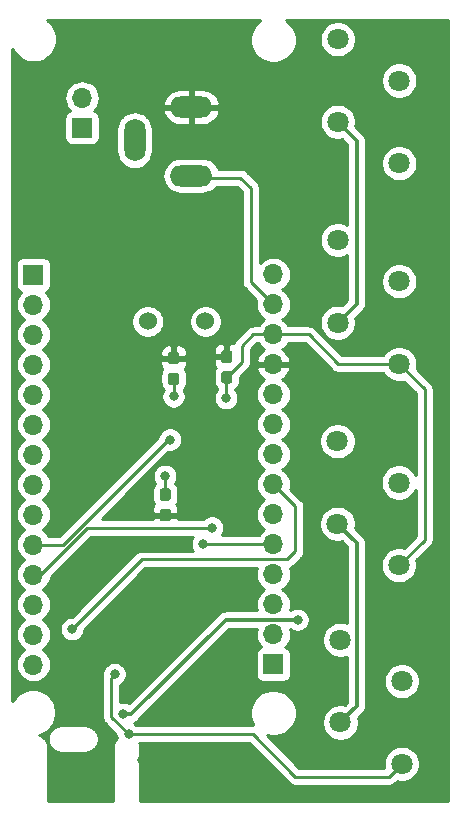
<source format=gbr>
G04 #@! TF.GenerationSoftware,KiCad,Pcbnew,(5.1.4)-1*
G04 #@! TF.CreationDate,2023-08-23T10:41:24+02:00*
G04 #@! TF.ProjectId,BeeWeight_MKRWAN_V4,42656557-6569-4676-9874-5f4d4b525741,V4*
G04 #@! TF.SameCoordinates,Original*
G04 #@! TF.FileFunction,Copper,L2,Bot*
G04 #@! TF.FilePolarity,Positive*
%FSLAX46Y46*%
G04 Gerber Fmt 4.6, Leading zero omitted, Abs format (unit mm)*
G04 Created by KiCad (PCBNEW (5.1.4)-1) date 2023-08-23 10:41:24*
%MOMM*%
%LPD*%
G04 APERTURE LIST*
%ADD10O,1.700000X1.700000*%
%ADD11R,1.700000X1.700000*%
%ADD12C,1.524000*%
%ADD13C,1.800000*%
%ADD14C,0.100000*%
%ADD15C,0.950000*%
%ADD16O,3.600000X1.800000*%
%ADD17O,1.800000X3.600000*%
%ADD18C,0.800000*%
%ADD19C,0.250000*%
%ADD20C,0.300000*%
%ADD21C,0.254000*%
G04 APERTURE END LIST*
D10*
X173939200Y-72161400D03*
X173939200Y-74701400D03*
X173939200Y-77241400D03*
X173939200Y-79781400D03*
X173939200Y-82321400D03*
X173939200Y-84861400D03*
X173939200Y-87401400D03*
X173939200Y-89941400D03*
X173939200Y-92481400D03*
X173939200Y-95021400D03*
X173939200Y-97561400D03*
X173939200Y-100101400D03*
X173939200Y-102641400D03*
D11*
X173939200Y-105181400D03*
D12*
X163323200Y-76150000D03*
X168200000Y-76150000D03*
D13*
X179628300Y-103099200D03*
X184828300Y-106599200D03*
X179628300Y-110099200D03*
X184828300Y-113599200D03*
X179400000Y-69250000D03*
X184600000Y-72750000D03*
X179400000Y-76250000D03*
X184600000Y-79750000D03*
X184578300Y-96784200D03*
X179378300Y-93284200D03*
X184578300Y-89784200D03*
X179378300Y-86284200D03*
D11*
X157750000Y-59750000D03*
D10*
X157750000Y-57210000D03*
X153631900Y-105194100D03*
X153631900Y-102654100D03*
X153631900Y-100114100D03*
X153631900Y-97574100D03*
X153631900Y-95034100D03*
X153631900Y-92494100D03*
X153631900Y-89954100D03*
X153631900Y-87414100D03*
X153631900Y-84874100D03*
X153631900Y-82334100D03*
X153631900Y-79794100D03*
X153631900Y-77254100D03*
X153631900Y-74714100D03*
D11*
X153631900Y-72174100D03*
D14*
G36*
X170260779Y-78601144D02*
G01*
X170283834Y-78604563D01*
X170306443Y-78610227D01*
X170328387Y-78618079D01*
X170349457Y-78628044D01*
X170369448Y-78640026D01*
X170388168Y-78653910D01*
X170405438Y-78669562D01*
X170421090Y-78686832D01*
X170434974Y-78705552D01*
X170446956Y-78725543D01*
X170456921Y-78746613D01*
X170464773Y-78768557D01*
X170470437Y-78791166D01*
X170473856Y-78814221D01*
X170475000Y-78837500D01*
X170475000Y-79412500D01*
X170473856Y-79435779D01*
X170470437Y-79458834D01*
X170464773Y-79481443D01*
X170456921Y-79503387D01*
X170446956Y-79524457D01*
X170434974Y-79544448D01*
X170421090Y-79563168D01*
X170405438Y-79580438D01*
X170388168Y-79596090D01*
X170369448Y-79609974D01*
X170349457Y-79621956D01*
X170328387Y-79631921D01*
X170306443Y-79639773D01*
X170283834Y-79645437D01*
X170260779Y-79648856D01*
X170237500Y-79650000D01*
X169762500Y-79650000D01*
X169739221Y-79648856D01*
X169716166Y-79645437D01*
X169693557Y-79639773D01*
X169671613Y-79631921D01*
X169650543Y-79621956D01*
X169630552Y-79609974D01*
X169611832Y-79596090D01*
X169594562Y-79580438D01*
X169578910Y-79563168D01*
X169565026Y-79544448D01*
X169553044Y-79524457D01*
X169543079Y-79503387D01*
X169535227Y-79481443D01*
X169529563Y-79458834D01*
X169526144Y-79435779D01*
X169525000Y-79412500D01*
X169525000Y-78837500D01*
X169526144Y-78814221D01*
X169529563Y-78791166D01*
X169535227Y-78768557D01*
X169543079Y-78746613D01*
X169553044Y-78725543D01*
X169565026Y-78705552D01*
X169578910Y-78686832D01*
X169594562Y-78669562D01*
X169611832Y-78653910D01*
X169630552Y-78640026D01*
X169650543Y-78628044D01*
X169671613Y-78618079D01*
X169693557Y-78610227D01*
X169716166Y-78604563D01*
X169739221Y-78601144D01*
X169762500Y-78600000D01*
X170237500Y-78600000D01*
X170260779Y-78601144D01*
X170260779Y-78601144D01*
G37*
D15*
X170000000Y-79125000D03*
D14*
G36*
X170260779Y-80351144D02*
G01*
X170283834Y-80354563D01*
X170306443Y-80360227D01*
X170328387Y-80368079D01*
X170349457Y-80378044D01*
X170369448Y-80390026D01*
X170388168Y-80403910D01*
X170405438Y-80419562D01*
X170421090Y-80436832D01*
X170434974Y-80455552D01*
X170446956Y-80475543D01*
X170456921Y-80496613D01*
X170464773Y-80518557D01*
X170470437Y-80541166D01*
X170473856Y-80564221D01*
X170475000Y-80587500D01*
X170475000Y-81162500D01*
X170473856Y-81185779D01*
X170470437Y-81208834D01*
X170464773Y-81231443D01*
X170456921Y-81253387D01*
X170446956Y-81274457D01*
X170434974Y-81294448D01*
X170421090Y-81313168D01*
X170405438Y-81330438D01*
X170388168Y-81346090D01*
X170369448Y-81359974D01*
X170349457Y-81371956D01*
X170328387Y-81381921D01*
X170306443Y-81389773D01*
X170283834Y-81395437D01*
X170260779Y-81398856D01*
X170237500Y-81400000D01*
X169762500Y-81400000D01*
X169739221Y-81398856D01*
X169716166Y-81395437D01*
X169693557Y-81389773D01*
X169671613Y-81381921D01*
X169650543Y-81371956D01*
X169630552Y-81359974D01*
X169611832Y-81346090D01*
X169594562Y-81330438D01*
X169578910Y-81313168D01*
X169565026Y-81294448D01*
X169553044Y-81274457D01*
X169543079Y-81253387D01*
X169535227Y-81231443D01*
X169529563Y-81208834D01*
X169526144Y-81185779D01*
X169525000Y-81162500D01*
X169525000Y-80587500D01*
X169526144Y-80564221D01*
X169529563Y-80541166D01*
X169535227Y-80518557D01*
X169543079Y-80496613D01*
X169553044Y-80475543D01*
X169565026Y-80455552D01*
X169578910Y-80436832D01*
X169594562Y-80419562D01*
X169611832Y-80403910D01*
X169630552Y-80390026D01*
X169650543Y-80378044D01*
X169671613Y-80368079D01*
X169693557Y-80360227D01*
X169716166Y-80354563D01*
X169739221Y-80351144D01*
X169762500Y-80350000D01*
X170237500Y-80350000D01*
X170260779Y-80351144D01*
X170260779Y-80351144D01*
G37*
D15*
X170000000Y-80875000D03*
D14*
G36*
X165760779Y-80476144D02*
G01*
X165783834Y-80479563D01*
X165806443Y-80485227D01*
X165828387Y-80493079D01*
X165849457Y-80503044D01*
X165869448Y-80515026D01*
X165888168Y-80528910D01*
X165905438Y-80544562D01*
X165921090Y-80561832D01*
X165934974Y-80580552D01*
X165946956Y-80600543D01*
X165956921Y-80621613D01*
X165964773Y-80643557D01*
X165970437Y-80666166D01*
X165973856Y-80689221D01*
X165975000Y-80712500D01*
X165975000Y-81287500D01*
X165973856Y-81310779D01*
X165970437Y-81333834D01*
X165964773Y-81356443D01*
X165956921Y-81378387D01*
X165946956Y-81399457D01*
X165934974Y-81419448D01*
X165921090Y-81438168D01*
X165905438Y-81455438D01*
X165888168Y-81471090D01*
X165869448Y-81484974D01*
X165849457Y-81496956D01*
X165828387Y-81506921D01*
X165806443Y-81514773D01*
X165783834Y-81520437D01*
X165760779Y-81523856D01*
X165737500Y-81525000D01*
X165262500Y-81525000D01*
X165239221Y-81523856D01*
X165216166Y-81520437D01*
X165193557Y-81514773D01*
X165171613Y-81506921D01*
X165150543Y-81496956D01*
X165130552Y-81484974D01*
X165111832Y-81471090D01*
X165094562Y-81455438D01*
X165078910Y-81438168D01*
X165065026Y-81419448D01*
X165053044Y-81399457D01*
X165043079Y-81378387D01*
X165035227Y-81356443D01*
X165029563Y-81333834D01*
X165026144Y-81310779D01*
X165025000Y-81287500D01*
X165025000Y-80712500D01*
X165026144Y-80689221D01*
X165029563Y-80666166D01*
X165035227Y-80643557D01*
X165043079Y-80621613D01*
X165053044Y-80600543D01*
X165065026Y-80580552D01*
X165078910Y-80561832D01*
X165094562Y-80544562D01*
X165111832Y-80528910D01*
X165130552Y-80515026D01*
X165150543Y-80503044D01*
X165171613Y-80493079D01*
X165193557Y-80485227D01*
X165216166Y-80479563D01*
X165239221Y-80476144D01*
X165262500Y-80475000D01*
X165737500Y-80475000D01*
X165760779Y-80476144D01*
X165760779Y-80476144D01*
G37*
D15*
X165500000Y-81000000D03*
D14*
G36*
X165760779Y-78726144D02*
G01*
X165783834Y-78729563D01*
X165806443Y-78735227D01*
X165828387Y-78743079D01*
X165849457Y-78753044D01*
X165869448Y-78765026D01*
X165888168Y-78778910D01*
X165905438Y-78794562D01*
X165921090Y-78811832D01*
X165934974Y-78830552D01*
X165946956Y-78850543D01*
X165956921Y-78871613D01*
X165964773Y-78893557D01*
X165970437Y-78916166D01*
X165973856Y-78939221D01*
X165975000Y-78962500D01*
X165975000Y-79537500D01*
X165973856Y-79560779D01*
X165970437Y-79583834D01*
X165964773Y-79606443D01*
X165956921Y-79628387D01*
X165946956Y-79649457D01*
X165934974Y-79669448D01*
X165921090Y-79688168D01*
X165905438Y-79705438D01*
X165888168Y-79721090D01*
X165869448Y-79734974D01*
X165849457Y-79746956D01*
X165828387Y-79756921D01*
X165806443Y-79764773D01*
X165783834Y-79770437D01*
X165760779Y-79773856D01*
X165737500Y-79775000D01*
X165262500Y-79775000D01*
X165239221Y-79773856D01*
X165216166Y-79770437D01*
X165193557Y-79764773D01*
X165171613Y-79756921D01*
X165150543Y-79746956D01*
X165130552Y-79734974D01*
X165111832Y-79721090D01*
X165094562Y-79705438D01*
X165078910Y-79688168D01*
X165065026Y-79669448D01*
X165053044Y-79649457D01*
X165043079Y-79628387D01*
X165035227Y-79606443D01*
X165029563Y-79583834D01*
X165026144Y-79560779D01*
X165025000Y-79537500D01*
X165025000Y-78962500D01*
X165026144Y-78939221D01*
X165029563Y-78916166D01*
X165035227Y-78893557D01*
X165043079Y-78871613D01*
X165053044Y-78850543D01*
X165065026Y-78830552D01*
X165078910Y-78811832D01*
X165094562Y-78794562D01*
X165111832Y-78778910D01*
X165130552Y-78765026D01*
X165150543Y-78753044D01*
X165171613Y-78743079D01*
X165193557Y-78735227D01*
X165216166Y-78729563D01*
X165239221Y-78726144D01*
X165262500Y-78725000D01*
X165737500Y-78725000D01*
X165760779Y-78726144D01*
X165760779Y-78726144D01*
G37*
D15*
X165500000Y-79250000D03*
D14*
G36*
X165060779Y-92026144D02*
G01*
X165083834Y-92029563D01*
X165106443Y-92035227D01*
X165128387Y-92043079D01*
X165149457Y-92053044D01*
X165169448Y-92065026D01*
X165188168Y-92078910D01*
X165205438Y-92094562D01*
X165221090Y-92111832D01*
X165234974Y-92130552D01*
X165246956Y-92150543D01*
X165256921Y-92171613D01*
X165264773Y-92193557D01*
X165270437Y-92216166D01*
X165273856Y-92239221D01*
X165275000Y-92262500D01*
X165275000Y-92837500D01*
X165273856Y-92860779D01*
X165270437Y-92883834D01*
X165264773Y-92906443D01*
X165256921Y-92928387D01*
X165246956Y-92949457D01*
X165234974Y-92969448D01*
X165221090Y-92988168D01*
X165205438Y-93005438D01*
X165188168Y-93021090D01*
X165169448Y-93034974D01*
X165149457Y-93046956D01*
X165128387Y-93056921D01*
X165106443Y-93064773D01*
X165083834Y-93070437D01*
X165060779Y-93073856D01*
X165037500Y-93075000D01*
X164562500Y-93075000D01*
X164539221Y-93073856D01*
X164516166Y-93070437D01*
X164493557Y-93064773D01*
X164471613Y-93056921D01*
X164450543Y-93046956D01*
X164430552Y-93034974D01*
X164411832Y-93021090D01*
X164394562Y-93005438D01*
X164378910Y-92988168D01*
X164365026Y-92969448D01*
X164353044Y-92949457D01*
X164343079Y-92928387D01*
X164335227Y-92906443D01*
X164329563Y-92883834D01*
X164326144Y-92860779D01*
X164325000Y-92837500D01*
X164325000Y-92262500D01*
X164326144Y-92239221D01*
X164329563Y-92216166D01*
X164335227Y-92193557D01*
X164343079Y-92171613D01*
X164353044Y-92150543D01*
X164365026Y-92130552D01*
X164378910Y-92111832D01*
X164394562Y-92094562D01*
X164411832Y-92078910D01*
X164430552Y-92065026D01*
X164450543Y-92053044D01*
X164471613Y-92043079D01*
X164493557Y-92035227D01*
X164516166Y-92029563D01*
X164539221Y-92026144D01*
X164562500Y-92025000D01*
X165037500Y-92025000D01*
X165060779Y-92026144D01*
X165060779Y-92026144D01*
G37*
D15*
X164800000Y-92550000D03*
D14*
G36*
X165060779Y-90276144D02*
G01*
X165083834Y-90279563D01*
X165106443Y-90285227D01*
X165128387Y-90293079D01*
X165149457Y-90303044D01*
X165169448Y-90315026D01*
X165188168Y-90328910D01*
X165205438Y-90344562D01*
X165221090Y-90361832D01*
X165234974Y-90380552D01*
X165246956Y-90400543D01*
X165256921Y-90421613D01*
X165264773Y-90443557D01*
X165270437Y-90466166D01*
X165273856Y-90489221D01*
X165275000Y-90512500D01*
X165275000Y-91087500D01*
X165273856Y-91110779D01*
X165270437Y-91133834D01*
X165264773Y-91156443D01*
X165256921Y-91178387D01*
X165246956Y-91199457D01*
X165234974Y-91219448D01*
X165221090Y-91238168D01*
X165205438Y-91255438D01*
X165188168Y-91271090D01*
X165169448Y-91284974D01*
X165149457Y-91296956D01*
X165128387Y-91306921D01*
X165106443Y-91314773D01*
X165083834Y-91320437D01*
X165060779Y-91323856D01*
X165037500Y-91325000D01*
X164562500Y-91325000D01*
X164539221Y-91323856D01*
X164516166Y-91320437D01*
X164493557Y-91314773D01*
X164471613Y-91306921D01*
X164450543Y-91296956D01*
X164430552Y-91284974D01*
X164411832Y-91271090D01*
X164394562Y-91255438D01*
X164378910Y-91238168D01*
X164365026Y-91219448D01*
X164353044Y-91199457D01*
X164343079Y-91178387D01*
X164335227Y-91156443D01*
X164329563Y-91133834D01*
X164326144Y-91110779D01*
X164325000Y-91087500D01*
X164325000Y-90512500D01*
X164326144Y-90489221D01*
X164329563Y-90466166D01*
X164335227Y-90443557D01*
X164343079Y-90421613D01*
X164353044Y-90400543D01*
X164365026Y-90380552D01*
X164378910Y-90361832D01*
X164394562Y-90344562D01*
X164411832Y-90328910D01*
X164430552Y-90315026D01*
X164450543Y-90303044D01*
X164471613Y-90293079D01*
X164493557Y-90285227D01*
X164516166Y-90279563D01*
X164539221Y-90276144D01*
X164562500Y-90275000D01*
X165037500Y-90275000D01*
X165060779Y-90276144D01*
X165060779Y-90276144D01*
G37*
D15*
X164800000Y-90800000D03*
D13*
X179400000Y-52250000D03*
X184600000Y-55750000D03*
X179400000Y-59250000D03*
X184600000Y-62750000D03*
D16*
X167000000Y-58000000D03*
X167000000Y-63800000D03*
D17*
X162200000Y-60800000D03*
D18*
X161600000Y-78700000D03*
X166250000Y-100150000D03*
X165600000Y-77550000D03*
X169500000Y-113500000D03*
X157000000Y-98000000D03*
X167500000Y-109000000D03*
X162800000Y-113300000D03*
X158000000Y-103700000D03*
X169950000Y-82650000D03*
X165500000Y-82500000D03*
X164775000Y-89225000D03*
X161700000Y-111100000D03*
X160500000Y-106000000D03*
X165200000Y-86150000D03*
X168750000Y-93600000D03*
X156900000Y-102200000D03*
X161200000Y-109400000D03*
X176000000Y-101400000D03*
X168000000Y-95000000D03*
D19*
X184600000Y-79750000D02*
X186750000Y-81900000D01*
X186750000Y-94612500D02*
X184578300Y-96784200D01*
X186750000Y-81900000D02*
X186750000Y-94612500D01*
X169950000Y-82650000D02*
X169950000Y-81830600D01*
X173939200Y-77241400D02*
X176941400Y-77241400D01*
X179450000Y-79750000D02*
X184600000Y-79750000D01*
X176941400Y-77241400D02*
X179450000Y-79750000D01*
X169950000Y-80925000D02*
X170000000Y-80875000D01*
X169950000Y-81830600D02*
X169950000Y-80925000D01*
X170305600Y-80875000D02*
X170000000Y-80875000D01*
X165500000Y-82500000D02*
X165500000Y-81000000D01*
X164775000Y-90775000D02*
X164800000Y-90800000D01*
X164775000Y-89225000D02*
X164775000Y-90775000D01*
X173939200Y-77241400D02*
X172258600Y-77241400D01*
X172258600Y-77241400D02*
X171300000Y-78200000D01*
X171300000Y-79575000D02*
X170000000Y-80875000D01*
X171300000Y-78200000D02*
X171300000Y-79575000D01*
X161700000Y-111100000D02*
X172200000Y-111100000D01*
X172200000Y-111100000D02*
X175800000Y-114700000D01*
X183727500Y-114700000D02*
X184828300Y-113599200D01*
X175800000Y-114700000D02*
X183727500Y-114700000D01*
X160500000Y-106000000D02*
X160200000Y-106300000D01*
X160200000Y-109600000D02*
X161700000Y-111100000D01*
X160200000Y-106300000D02*
X160200000Y-109600000D01*
D20*
X179400000Y-59250000D02*
X181000000Y-60850000D01*
X181000000Y-74650000D02*
X179400000Y-76250000D01*
X181000000Y-60850000D02*
X181000000Y-74650000D01*
X179378300Y-93284200D02*
X181000000Y-94905900D01*
X181000000Y-108727500D02*
X179628300Y-110099200D01*
X181000000Y-94905900D02*
X181000000Y-108727500D01*
D19*
X165019590Y-86150000D02*
X165200000Y-86150000D01*
X153631900Y-95034100D02*
X155535490Y-95034100D01*
X156135490Y-95034100D02*
X155535490Y-95034100D01*
X165019590Y-86150000D02*
X156135490Y-95034100D01*
X154231900Y-97574100D02*
X153631900Y-97574100D01*
X158206000Y-93600000D02*
X154231900Y-97574100D01*
X168750000Y-93600000D02*
X158206000Y-93600000D01*
X170688000Y-63966000D02*
X171166000Y-63966000D01*
X172018900Y-64818900D02*
X172018900Y-72781100D01*
X171166000Y-63966000D02*
X172018900Y-64818900D01*
X172018900Y-72781100D02*
X173939200Y-74701400D01*
X166416000Y-63966000D02*
X166250000Y-63800000D01*
X171166000Y-63966000D02*
X166416000Y-63966000D01*
X156900000Y-102200000D02*
X162800000Y-96300000D01*
X162800000Y-96300000D02*
X175100000Y-96300000D01*
X175100000Y-96300000D02*
X175800000Y-95600000D01*
X175800000Y-91802200D02*
X173939200Y-89941400D01*
X175800000Y-95600000D02*
X175800000Y-91802200D01*
D20*
X161200000Y-109400000D02*
X161900000Y-109400000D01*
X161900000Y-109400000D02*
X169900000Y-101400000D01*
X169900000Y-101400000D02*
X176000000Y-101400000D01*
D19*
X173021400Y-95021400D02*
X173939200Y-95021400D01*
X173917800Y-95000000D02*
X173939200Y-95021400D01*
X168000000Y-95000000D02*
X173917800Y-95000000D01*
D21*
G36*
X172693901Y-50769439D02*
G01*
X172419439Y-51043901D01*
X172203796Y-51366634D01*
X172055258Y-51725236D01*
X171979534Y-52105926D01*
X171979534Y-52494074D01*
X172055258Y-52874764D01*
X172203796Y-53233366D01*
X172419439Y-53556099D01*
X172693901Y-53830561D01*
X173016634Y-54046204D01*
X173375236Y-54194742D01*
X173755926Y-54270466D01*
X174144074Y-54270466D01*
X174524764Y-54194742D01*
X174883366Y-54046204D01*
X175206099Y-53830561D01*
X175480561Y-53556099D01*
X175696204Y-53233366D01*
X175844742Y-52874764D01*
X175920466Y-52494074D01*
X175920466Y-52105926D01*
X175919052Y-52098816D01*
X177865000Y-52098816D01*
X177865000Y-52401184D01*
X177923989Y-52697743D01*
X178039701Y-52977095D01*
X178207688Y-53228505D01*
X178421495Y-53442312D01*
X178672905Y-53610299D01*
X178952257Y-53726011D01*
X179248816Y-53785000D01*
X179551184Y-53785000D01*
X179847743Y-53726011D01*
X180127095Y-53610299D01*
X180378505Y-53442312D01*
X180592312Y-53228505D01*
X180760299Y-52977095D01*
X180876011Y-52697743D01*
X180935000Y-52401184D01*
X180935000Y-52098816D01*
X180876011Y-51802257D01*
X180760299Y-51522905D01*
X180592312Y-51271495D01*
X180378505Y-51057688D01*
X180127095Y-50889701D01*
X179847743Y-50773989D01*
X179551184Y-50715000D01*
X179248816Y-50715000D01*
X178952257Y-50773989D01*
X178672905Y-50889701D01*
X178421495Y-51057688D01*
X178207688Y-51271495D01*
X178039701Y-51522905D01*
X177923989Y-51802257D01*
X177865000Y-52098816D01*
X175919052Y-52098816D01*
X175844742Y-51725236D01*
X175696204Y-51366634D01*
X175480561Y-51043901D01*
X175206099Y-50769439D01*
X175042312Y-50660000D01*
X188740001Y-50660000D01*
X188740000Y-116740000D01*
X162660000Y-116740000D01*
X162660000Y-112217581D01*
X162656802Y-112185110D01*
X162656802Y-112178617D01*
X162655838Y-112169453D01*
X162651095Y-112127169D01*
X162650450Y-112120617D01*
X162650308Y-112120148D01*
X162644961Y-112072478D01*
X162632528Y-112013984D01*
X162620905Y-111955284D01*
X162618180Y-111946481D01*
X162590747Y-111860000D01*
X171885199Y-111860000D01*
X175236201Y-115211003D01*
X175259999Y-115240001D01*
X175375724Y-115334974D01*
X175507753Y-115405546D01*
X175651014Y-115449003D01*
X175762667Y-115460000D01*
X175762677Y-115460000D01*
X175800000Y-115463676D01*
X175837323Y-115460000D01*
X183690178Y-115460000D01*
X183727500Y-115463676D01*
X183764822Y-115460000D01*
X183764833Y-115460000D01*
X183876486Y-115449003D01*
X184019747Y-115405546D01*
X184151776Y-115334974D01*
X184267501Y-115240001D01*
X184291304Y-115210998D01*
X184419370Y-115082931D01*
X184677116Y-115134200D01*
X184979484Y-115134200D01*
X185276043Y-115075211D01*
X185555395Y-114959499D01*
X185806805Y-114791512D01*
X186020612Y-114577705D01*
X186188599Y-114326295D01*
X186304311Y-114046943D01*
X186363300Y-113750384D01*
X186363300Y-113448016D01*
X186304311Y-113151457D01*
X186188599Y-112872105D01*
X186020612Y-112620695D01*
X185806805Y-112406888D01*
X185555395Y-112238901D01*
X185276043Y-112123189D01*
X184979484Y-112064200D01*
X184677116Y-112064200D01*
X184380557Y-112123189D01*
X184101205Y-112238901D01*
X183849795Y-112406888D01*
X183635988Y-112620695D01*
X183468001Y-112872105D01*
X183352289Y-113151457D01*
X183293300Y-113448016D01*
X183293300Y-113750384D01*
X183331017Y-113940000D01*
X176114802Y-113940000D01*
X173370811Y-111196010D01*
X173745126Y-111270466D01*
X174133274Y-111270466D01*
X174513964Y-111194742D01*
X174872566Y-111046204D01*
X175195299Y-110830561D01*
X175469761Y-110556099D01*
X175685404Y-110233366D01*
X175833942Y-109874764D01*
X175909666Y-109494074D01*
X175909666Y-109105926D01*
X175833942Y-108725236D01*
X175685404Y-108366634D01*
X175469761Y-108043901D01*
X175195299Y-107769439D01*
X174872566Y-107553796D01*
X174513964Y-107405258D01*
X174133274Y-107329534D01*
X173745126Y-107329534D01*
X173364436Y-107405258D01*
X173005834Y-107553796D01*
X172683101Y-107769439D01*
X172408639Y-108043901D01*
X172192996Y-108366634D01*
X172044458Y-108725236D01*
X171968734Y-109105926D01*
X171968734Y-109494074D01*
X172044458Y-109874764D01*
X172192996Y-110233366D01*
X172266142Y-110342838D01*
X172237333Y-110340000D01*
X172237322Y-110340000D01*
X172200000Y-110336324D01*
X172162678Y-110340000D01*
X162403711Y-110340000D01*
X162359774Y-110296063D01*
X162190256Y-110182795D01*
X162119850Y-110153632D01*
X162201860Y-110128754D01*
X162338233Y-110055862D01*
X162457764Y-109957764D01*
X162482347Y-109927810D01*
X170225158Y-102185000D01*
X172525827Y-102185000D01*
X172475687Y-102350289D01*
X172447015Y-102641400D01*
X172475687Y-102932511D01*
X172560601Y-103212434D01*
X172698494Y-103470414D01*
X172884066Y-103696534D01*
X172913887Y-103721007D01*
X172845020Y-103741898D01*
X172734706Y-103800863D01*
X172638015Y-103880215D01*
X172558663Y-103976906D01*
X172499698Y-104087220D01*
X172463388Y-104206918D01*
X172451128Y-104331400D01*
X172451128Y-106031400D01*
X172463388Y-106155882D01*
X172499698Y-106275580D01*
X172558663Y-106385894D01*
X172638015Y-106482585D01*
X172734706Y-106561937D01*
X172845020Y-106620902D01*
X172964718Y-106657212D01*
X173089200Y-106669472D01*
X174789200Y-106669472D01*
X174913682Y-106657212D01*
X175033380Y-106620902D01*
X175143694Y-106561937D01*
X175240385Y-106482585D01*
X175319737Y-106385894D01*
X175378702Y-106275580D01*
X175415012Y-106155882D01*
X175427272Y-106031400D01*
X175427272Y-104331400D01*
X175415012Y-104206918D01*
X175378702Y-104087220D01*
X175319737Y-103976906D01*
X175240385Y-103880215D01*
X175143694Y-103800863D01*
X175033380Y-103741898D01*
X174964513Y-103721007D01*
X174994334Y-103696534D01*
X175179906Y-103470414D01*
X175317799Y-103212434D01*
X175402713Y-102932511D01*
X175431385Y-102641400D01*
X175402713Y-102350289D01*
X175362917Y-102219098D01*
X175509744Y-102317205D01*
X175698102Y-102395226D01*
X175898061Y-102435000D01*
X176101939Y-102435000D01*
X176301898Y-102395226D01*
X176490256Y-102317205D01*
X176659774Y-102203937D01*
X176803937Y-102059774D01*
X176917205Y-101890256D01*
X176995226Y-101701898D01*
X177035000Y-101501939D01*
X177035000Y-101298061D01*
X176995226Y-101098102D01*
X176917205Y-100909744D01*
X176803937Y-100740226D01*
X176659774Y-100596063D01*
X176490256Y-100482795D01*
X176301898Y-100404774D01*
X176101939Y-100365000D01*
X175898061Y-100365000D01*
X175698102Y-100404774D01*
X175509744Y-100482795D01*
X175341154Y-100595443D01*
X175402713Y-100392511D01*
X175431385Y-100101400D01*
X175402713Y-99810289D01*
X175317799Y-99530366D01*
X175179906Y-99272386D01*
X174994334Y-99046266D01*
X174768214Y-98860694D01*
X174713409Y-98831400D01*
X174768214Y-98802106D01*
X174994334Y-98616534D01*
X175179906Y-98390414D01*
X175317799Y-98132434D01*
X175402713Y-97852511D01*
X175431385Y-97561400D01*
X175402713Y-97270289D01*
X175328289Y-97024947D01*
X175392247Y-97005546D01*
X175524276Y-96934974D01*
X175640001Y-96840001D01*
X175663803Y-96810998D01*
X176311009Y-96163794D01*
X176340001Y-96140001D01*
X176363795Y-96111008D01*
X176363799Y-96111004D01*
X176434973Y-96024277D01*
X176434974Y-96024276D01*
X176505546Y-95892247D01*
X176549003Y-95748986D01*
X176560000Y-95637333D01*
X176560000Y-95637324D01*
X176563676Y-95600001D01*
X176560000Y-95562678D01*
X176560000Y-93133016D01*
X177843300Y-93133016D01*
X177843300Y-93435384D01*
X177902289Y-93731943D01*
X178018001Y-94011295D01*
X178185988Y-94262705D01*
X178399795Y-94476512D01*
X178651205Y-94644499D01*
X178930557Y-94760211D01*
X179227116Y-94819200D01*
X179529484Y-94819200D01*
X179757740Y-94773797D01*
X180215000Y-95231058D01*
X180215000Y-101680747D01*
X180076043Y-101623189D01*
X179779484Y-101564200D01*
X179477116Y-101564200D01*
X179180557Y-101623189D01*
X178901205Y-101738901D01*
X178649795Y-101906888D01*
X178435988Y-102120695D01*
X178268001Y-102372105D01*
X178152289Y-102651457D01*
X178093300Y-102948016D01*
X178093300Y-103250384D01*
X178152289Y-103546943D01*
X178268001Y-103826295D01*
X178435988Y-104077705D01*
X178649795Y-104291512D01*
X178901205Y-104459499D01*
X179180557Y-104575211D01*
X179477116Y-104634200D01*
X179779484Y-104634200D01*
X180076043Y-104575211D01*
X180215001Y-104517653D01*
X180215001Y-108402342D01*
X180007740Y-108609603D01*
X179779484Y-108564200D01*
X179477116Y-108564200D01*
X179180557Y-108623189D01*
X178901205Y-108738901D01*
X178649795Y-108906888D01*
X178435988Y-109120695D01*
X178268001Y-109372105D01*
X178152289Y-109651457D01*
X178093300Y-109948016D01*
X178093300Y-110250384D01*
X178152289Y-110546943D01*
X178268001Y-110826295D01*
X178435988Y-111077705D01*
X178649795Y-111291512D01*
X178901205Y-111459499D01*
X179180557Y-111575211D01*
X179477116Y-111634200D01*
X179779484Y-111634200D01*
X180076043Y-111575211D01*
X180355395Y-111459499D01*
X180606805Y-111291512D01*
X180820612Y-111077705D01*
X180988599Y-110826295D01*
X181104311Y-110546943D01*
X181163300Y-110250384D01*
X181163300Y-109948016D01*
X181117897Y-109719760D01*
X181527810Y-109309847D01*
X181557764Y-109285264D01*
X181655862Y-109165733D01*
X181728754Y-109029360D01*
X181739042Y-108995446D01*
X181773642Y-108881387D01*
X181781020Y-108806474D01*
X181785000Y-108766061D01*
X181785000Y-108766056D01*
X181788797Y-108727500D01*
X181785000Y-108688944D01*
X181785000Y-106448016D01*
X183293300Y-106448016D01*
X183293300Y-106750384D01*
X183352289Y-107046943D01*
X183468001Y-107326295D01*
X183635988Y-107577705D01*
X183849795Y-107791512D01*
X184101205Y-107959499D01*
X184380557Y-108075211D01*
X184677116Y-108134200D01*
X184979484Y-108134200D01*
X185276043Y-108075211D01*
X185555395Y-107959499D01*
X185806805Y-107791512D01*
X186020612Y-107577705D01*
X186188599Y-107326295D01*
X186304311Y-107046943D01*
X186363300Y-106750384D01*
X186363300Y-106448016D01*
X186304311Y-106151457D01*
X186188599Y-105872105D01*
X186020612Y-105620695D01*
X185806805Y-105406888D01*
X185555395Y-105238901D01*
X185276043Y-105123189D01*
X184979484Y-105064200D01*
X184677116Y-105064200D01*
X184380557Y-105123189D01*
X184101205Y-105238901D01*
X183849795Y-105406888D01*
X183635988Y-105620695D01*
X183468001Y-105872105D01*
X183352289Y-106151457D01*
X183293300Y-106448016D01*
X181785000Y-106448016D01*
X181785000Y-94944452D01*
X181788797Y-94905899D01*
X181785000Y-94867346D01*
X181785000Y-94867339D01*
X181774574Y-94761486D01*
X181773641Y-94752012D01*
X181728754Y-94604040D01*
X181682340Y-94517205D01*
X181655862Y-94467667D01*
X181599611Y-94399126D01*
X181582345Y-94378087D01*
X181582342Y-94378084D01*
X181557764Y-94348136D01*
X181527817Y-94323559D01*
X180867897Y-93663640D01*
X180913300Y-93435384D01*
X180913300Y-93133016D01*
X180854311Y-92836457D01*
X180738599Y-92557105D01*
X180570612Y-92305695D01*
X180356805Y-92091888D01*
X180105395Y-91923901D01*
X179826043Y-91808189D01*
X179529484Y-91749200D01*
X179227116Y-91749200D01*
X178930557Y-91808189D01*
X178651205Y-91923901D01*
X178399795Y-92091888D01*
X178185988Y-92305695D01*
X178018001Y-92557105D01*
X177902289Y-92836457D01*
X177843300Y-93133016D01*
X176560000Y-93133016D01*
X176560000Y-91839533D01*
X176563677Y-91802200D01*
X176549003Y-91653214D01*
X176505546Y-91509953D01*
X176434974Y-91377924D01*
X176363799Y-91291197D01*
X176340001Y-91262199D01*
X176311003Y-91238401D01*
X175379997Y-90307395D01*
X175402713Y-90232511D01*
X175431385Y-89941400D01*
X175402713Y-89650289D01*
X175317799Y-89370366D01*
X175179906Y-89112386D01*
X174994334Y-88886266D01*
X174768214Y-88700694D01*
X174713409Y-88671400D01*
X174768214Y-88642106D01*
X174994334Y-88456534D01*
X175179906Y-88230414D01*
X175317799Y-87972434D01*
X175402713Y-87692511D01*
X175431385Y-87401400D01*
X175402713Y-87110289D01*
X175317799Y-86830366D01*
X175179906Y-86572386D01*
X174994334Y-86346266D01*
X174768214Y-86160694D01*
X174716433Y-86133016D01*
X177843300Y-86133016D01*
X177843300Y-86435384D01*
X177902289Y-86731943D01*
X178018001Y-87011295D01*
X178185988Y-87262705D01*
X178399795Y-87476512D01*
X178651205Y-87644499D01*
X178930557Y-87760211D01*
X179227116Y-87819200D01*
X179529484Y-87819200D01*
X179826043Y-87760211D01*
X180105395Y-87644499D01*
X180356805Y-87476512D01*
X180570612Y-87262705D01*
X180738599Y-87011295D01*
X180854311Y-86731943D01*
X180913300Y-86435384D01*
X180913300Y-86133016D01*
X180854311Y-85836457D01*
X180738599Y-85557105D01*
X180570612Y-85305695D01*
X180356805Y-85091888D01*
X180105395Y-84923901D01*
X179826043Y-84808189D01*
X179529484Y-84749200D01*
X179227116Y-84749200D01*
X178930557Y-84808189D01*
X178651205Y-84923901D01*
X178399795Y-85091888D01*
X178185988Y-85305695D01*
X178018001Y-85557105D01*
X177902289Y-85836457D01*
X177843300Y-86133016D01*
X174716433Y-86133016D01*
X174713409Y-86131400D01*
X174768214Y-86102106D01*
X174994334Y-85916534D01*
X175179906Y-85690414D01*
X175317799Y-85432434D01*
X175402713Y-85152511D01*
X175431385Y-84861400D01*
X175402713Y-84570289D01*
X175317799Y-84290366D01*
X175179906Y-84032386D01*
X174994334Y-83806266D01*
X174768214Y-83620694D01*
X174713409Y-83591400D01*
X174768214Y-83562106D01*
X174994334Y-83376534D01*
X175179906Y-83150414D01*
X175317799Y-82892434D01*
X175402713Y-82612511D01*
X175431385Y-82321400D01*
X175402713Y-82030289D01*
X175317799Y-81750366D01*
X175179906Y-81492386D01*
X174994334Y-81266266D01*
X174768214Y-81080694D01*
X174703677Y-81046199D01*
X174820555Y-80976578D01*
X175036788Y-80781669D01*
X175210841Y-80548320D01*
X175336025Y-80285499D01*
X175380676Y-80138290D01*
X175259355Y-79908400D01*
X174066200Y-79908400D01*
X174066200Y-79928400D01*
X173812200Y-79928400D01*
X173812200Y-79908400D01*
X172619045Y-79908400D01*
X172497724Y-80138290D01*
X172542375Y-80285499D01*
X172667559Y-80548320D01*
X172841612Y-80781669D01*
X173057845Y-80976578D01*
X173174723Y-81046199D01*
X173110186Y-81080694D01*
X172884066Y-81266266D01*
X172698494Y-81492386D01*
X172560601Y-81750366D01*
X172475687Y-82030289D01*
X172447015Y-82321400D01*
X172475687Y-82612511D01*
X172560601Y-82892434D01*
X172698494Y-83150414D01*
X172884066Y-83376534D01*
X173110186Y-83562106D01*
X173164991Y-83591400D01*
X173110186Y-83620694D01*
X172884066Y-83806266D01*
X172698494Y-84032386D01*
X172560601Y-84290366D01*
X172475687Y-84570289D01*
X172447015Y-84861400D01*
X172475687Y-85152511D01*
X172560601Y-85432434D01*
X172698494Y-85690414D01*
X172884066Y-85916534D01*
X173110186Y-86102106D01*
X173164991Y-86131400D01*
X173110186Y-86160694D01*
X172884066Y-86346266D01*
X172698494Y-86572386D01*
X172560601Y-86830366D01*
X172475687Y-87110289D01*
X172447015Y-87401400D01*
X172475687Y-87692511D01*
X172560601Y-87972434D01*
X172698494Y-88230414D01*
X172884066Y-88456534D01*
X173110186Y-88642106D01*
X173164991Y-88671400D01*
X173110186Y-88700694D01*
X172884066Y-88886266D01*
X172698494Y-89112386D01*
X172560601Y-89370366D01*
X172475687Y-89650289D01*
X172447015Y-89941400D01*
X172475687Y-90232511D01*
X172560601Y-90512434D01*
X172698494Y-90770414D01*
X172884066Y-90996534D01*
X173110186Y-91182106D01*
X173164991Y-91211400D01*
X173110186Y-91240694D01*
X172884066Y-91426266D01*
X172698494Y-91652386D01*
X172560601Y-91910366D01*
X172475687Y-92190289D01*
X172447015Y-92481400D01*
X172475687Y-92772511D01*
X172560601Y-93052434D01*
X172698494Y-93310414D01*
X172884066Y-93536534D01*
X173110186Y-93722106D01*
X173164991Y-93751400D01*
X173110186Y-93780694D01*
X172884066Y-93966266D01*
X172698494Y-94192386D01*
X172673044Y-94240000D01*
X169567150Y-94240000D01*
X169667205Y-94090256D01*
X169745226Y-93901898D01*
X169785000Y-93701939D01*
X169785000Y-93498061D01*
X169745226Y-93298102D01*
X169667205Y-93109744D01*
X169553937Y-92940226D01*
X169409774Y-92796063D01*
X169240256Y-92682795D01*
X169051898Y-92604774D01*
X168851939Y-92565000D01*
X168648061Y-92565000D01*
X168448102Y-92604774D01*
X168259744Y-92682795D01*
X168090226Y-92796063D01*
X168046289Y-92840000D01*
X165910055Y-92840000D01*
X165910000Y-92835750D01*
X165751250Y-92677000D01*
X164927000Y-92677000D01*
X164927000Y-92697000D01*
X164673000Y-92697000D01*
X164673000Y-92677000D01*
X163848750Y-92677000D01*
X163690000Y-92835750D01*
X163689945Y-92840000D01*
X159404391Y-92840000D01*
X161731891Y-90512500D01*
X163686928Y-90512500D01*
X163686928Y-91087500D01*
X163703752Y-91258316D01*
X163753577Y-91422567D01*
X163834488Y-91573942D01*
X163854099Y-91597839D01*
X163794463Y-91670506D01*
X163735498Y-91780820D01*
X163699188Y-91900518D01*
X163686928Y-92025000D01*
X163690000Y-92264250D01*
X163848750Y-92423000D01*
X164673000Y-92423000D01*
X164673000Y-92403000D01*
X164927000Y-92403000D01*
X164927000Y-92423000D01*
X165751250Y-92423000D01*
X165910000Y-92264250D01*
X165913072Y-92025000D01*
X165900812Y-91900518D01*
X165864502Y-91780820D01*
X165805537Y-91670506D01*
X165745901Y-91597839D01*
X165765512Y-91573942D01*
X165846423Y-91422567D01*
X165896248Y-91258316D01*
X165913072Y-91087500D01*
X165913072Y-90512500D01*
X165896248Y-90341684D01*
X165846423Y-90177433D01*
X165765512Y-90026058D01*
X165656623Y-89893377D01*
X165602737Y-89849154D01*
X165692205Y-89715256D01*
X165770226Y-89526898D01*
X165810000Y-89326939D01*
X165810000Y-89123061D01*
X165770226Y-88923102D01*
X165692205Y-88734744D01*
X165578937Y-88565226D01*
X165434774Y-88421063D01*
X165265256Y-88307795D01*
X165076898Y-88229774D01*
X164876939Y-88190000D01*
X164673061Y-88190000D01*
X164473102Y-88229774D01*
X164284744Y-88307795D01*
X164115226Y-88421063D01*
X163971063Y-88565226D01*
X163857795Y-88734744D01*
X163779774Y-88923102D01*
X163740000Y-89123061D01*
X163740000Y-89326939D01*
X163779774Y-89526898D01*
X163857795Y-89715256D01*
X163964970Y-89875656D01*
X163943377Y-89893377D01*
X163834488Y-90026058D01*
X163753577Y-90177433D01*
X163703752Y-90341684D01*
X163686928Y-90512500D01*
X161731891Y-90512500D01*
X165065808Y-87178584D01*
X165098061Y-87185000D01*
X165301939Y-87185000D01*
X165501898Y-87145226D01*
X165690256Y-87067205D01*
X165859774Y-86953937D01*
X166003937Y-86809774D01*
X166117205Y-86640256D01*
X166195226Y-86451898D01*
X166235000Y-86251939D01*
X166235000Y-86048061D01*
X166195226Y-85848102D01*
X166117205Y-85659744D01*
X166003937Y-85490226D01*
X165859774Y-85346063D01*
X165690256Y-85232795D01*
X165501898Y-85154774D01*
X165301939Y-85115000D01*
X165098061Y-85115000D01*
X164898102Y-85154774D01*
X164709744Y-85232795D01*
X164540226Y-85346063D01*
X164396063Y-85490226D01*
X164282795Y-85659744D01*
X164204774Y-85848102D01*
X164194367Y-85900421D01*
X155820689Y-94274100D01*
X154909495Y-94274100D01*
X154872606Y-94205086D01*
X154687034Y-93978966D01*
X154460914Y-93793394D01*
X154406109Y-93764100D01*
X154460914Y-93734806D01*
X154687034Y-93549234D01*
X154872606Y-93323114D01*
X155010499Y-93065134D01*
X155095413Y-92785211D01*
X155124085Y-92494100D01*
X155095413Y-92202989D01*
X155010499Y-91923066D01*
X154872606Y-91665086D01*
X154687034Y-91438966D01*
X154460914Y-91253394D01*
X154406109Y-91224100D01*
X154460914Y-91194806D01*
X154687034Y-91009234D01*
X154872606Y-90783114D01*
X155010499Y-90525134D01*
X155095413Y-90245211D01*
X155124085Y-89954100D01*
X155095413Y-89662989D01*
X155010499Y-89383066D01*
X154872606Y-89125086D01*
X154687034Y-88898966D01*
X154460914Y-88713394D01*
X154406109Y-88684100D01*
X154460914Y-88654806D01*
X154687034Y-88469234D01*
X154872606Y-88243114D01*
X155010499Y-87985134D01*
X155095413Y-87705211D01*
X155124085Y-87414100D01*
X155095413Y-87122989D01*
X155010499Y-86843066D01*
X154872606Y-86585086D01*
X154687034Y-86358966D01*
X154460914Y-86173394D01*
X154406109Y-86144100D01*
X154460914Y-86114806D01*
X154687034Y-85929234D01*
X154872606Y-85703114D01*
X155010499Y-85445134D01*
X155095413Y-85165211D01*
X155124085Y-84874100D01*
X155095413Y-84582989D01*
X155010499Y-84303066D01*
X154872606Y-84045086D01*
X154687034Y-83818966D01*
X154460914Y-83633394D01*
X154406109Y-83604100D01*
X154460914Y-83574806D01*
X154687034Y-83389234D01*
X154872606Y-83163114D01*
X155010499Y-82905134D01*
X155095413Y-82625211D01*
X155124085Y-82334100D01*
X155095413Y-82042989D01*
X155010499Y-81763066D01*
X154872606Y-81505086D01*
X154687034Y-81278966D01*
X154460914Y-81093394D01*
X154406109Y-81064100D01*
X154460914Y-81034806D01*
X154687034Y-80849234D01*
X154872606Y-80623114D01*
X155010499Y-80365134D01*
X155095413Y-80085211D01*
X155124085Y-79794100D01*
X155122204Y-79775000D01*
X164386928Y-79775000D01*
X164399188Y-79899482D01*
X164435498Y-80019180D01*
X164494463Y-80129494D01*
X164554099Y-80202161D01*
X164534488Y-80226058D01*
X164453577Y-80377433D01*
X164403752Y-80541684D01*
X164386928Y-80712500D01*
X164386928Y-81287500D01*
X164403752Y-81458316D01*
X164453577Y-81622567D01*
X164534488Y-81773942D01*
X164643377Y-81906623D01*
X164648751Y-81911033D01*
X164582795Y-82009744D01*
X164504774Y-82198102D01*
X164465000Y-82398061D01*
X164465000Y-82601939D01*
X164504774Y-82801898D01*
X164582795Y-82990256D01*
X164696063Y-83159774D01*
X164840226Y-83303937D01*
X165009744Y-83417205D01*
X165198102Y-83495226D01*
X165398061Y-83535000D01*
X165601939Y-83535000D01*
X165801898Y-83495226D01*
X165990256Y-83417205D01*
X166159774Y-83303937D01*
X166303937Y-83159774D01*
X166417205Y-82990256D01*
X166495226Y-82801898D01*
X166535000Y-82601939D01*
X166535000Y-82398061D01*
X166495226Y-82198102D01*
X166417205Y-82009744D01*
X166351249Y-81911033D01*
X166356623Y-81906623D01*
X166465512Y-81773942D01*
X166546423Y-81622567D01*
X166596248Y-81458316D01*
X166613072Y-81287500D01*
X166613072Y-80712500D01*
X166596248Y-80541684D01*
X166546423Y-80377433D01*
X166465512Y-80226058D01*
X166445901Y-80202161D01*
X166505537Y-80129494D01*
X166564502Y-80019180D01*
X166600812Y-79899482D01*
X166613072Y-79775000D01*
X166610000Y-79535750D01*
X166451250Y-79377000D01*
X165627000Y-79377000D01*
X165627000Y-79397000D01*
X165373000Y-79397000D01*
X165373000Y-79377000D01*
X164548750Y-79377000D01*
X164390000Y-79535750D01*
X164386928Y-79775000D01*
X155122204Y-79775000D01*
X155095413Y-79502989D01*
X155010499Y-79223066D01*
X154872606Y-78965086D01*
X154687034Y-78738966D01*
X154670017Y-78725000D01*
X164386928Y-78725000D01*
X164390000Y-78964250D01*
X164548750Y-79123000D01*
X165373000Y-79123000D01*
X165373000Y-78248750D01*
X165627000Y-78248750D01*
X165627000Y-79123000D01*
X166451250Y-79123000D01*
X166610000Y-78964250D01*
X166613072Y-78725000D01*
X166600812Y-78600518D01*
X166600655Y-78600000D01*
X168886928Y-78600000D01*
X168890000Y-78839250D01*
X169048750Y-78998000D01*
X169873000Y-78998000D01*
X169873000Y-78123750D01*
X169714250Y-77965000D01*
X169525000Y-77961928D01*
X169400518Y-77974188D01*
X169280820Y-78010498D01*
X169170506Y-78069463D01*
X169073815Y-78148815D01*
X168994463Y-78245506D01*
X168935498Y-78355820D01*
X168899188Y-78475518D01*
X168886928Y-78600000D01*
X166600655Y-78600000D01*
X166564502Y-78480820D01*
X166505537Y-78370506D01*
X166426185Y-78273815D01*
X166329494Y-78194463D01*
X166219180Y-78135498D01*
X166099482Y-78099188D01*
X165975000Y-78086928D01*
X165785750Y-78090000D01*
X165627000Y-78248750D01*
X165373000Y-78248750D01*
X165214250Y-78090000D01*
X165025000Y-78086928D01*
X164900518Y-78099188D01*
X164780820Y-78135498D01*
X164670506Y-78194463D01*
X164573815Y-78273815D01*
X164494463Y-78370506D01*
X164435498Y-78480820D01*
X164399188Y-78600518D01*
X164386928Y-78725000D01*
X154670017Y-78725000D01*
X154460914Y-78553394D01*
X154406109Y-78524100D01*
X154460914Y-78494806D01*
X154687034Y-78309234D01*
X154872606Y-78083114D01*
X155010499Y-77825134D01*
X155095413Y-77545211D01*
X155124085Y-77254100D01*
X155095413Y-76962989D01*
X155010499Y-76683066D01*
X154872606Y-76425086D01*
X154687034Y-76198966D01*
X154460914Y-76013394D01*
X154459070Y-76012408D01*
X161926200Y-76012408D01*
X161926200Y-76287592D01*
X161979886Y-76557490D01*
X162085195Y-76811727D01*
X162238080Y-77040535D01*
X162432665Y-77235120D01*
X162661473Y-77388005D01*
X162915710Y-77493314D01*
X163185608Y-77547000D01*
X163460792Y-77547000D01*
X163730690Y-77493314D01*
X163984927Y-77388005D01*
X164213735Y-77235120D01*
X164408320Y-77040535D01*
X164561205Y-76811727D01*
X164666514Y-76557490D01*
X164720200Y-76287592D01*
X164720200Y-76012408D01*
X166803000Y-76012408D01*
X166803000Y-76287592D01*
X166856686Y-76557490D01*
X166961995Y-76811727D01*
X167114880Y-77040535D01*
X167309465Y-77235120D01*
X167538273Y-77388005D01*
X167792510Y-77493314D01*
X168062408Y-77547000D01*
X168337592Y-77547000D01*
X168607490Y-77493314D01*
X168861727Y-77388005D01*
X169090535Y-77235120D01*
X169285120Y-77040535D01*
X169438005Y-76811727D01*
X169543314Y-76557490D01*
X169597000Y-76287592D01*
X169597000Y-76012408D01*
X169543314Y-75742510D01*
X169438005Y-75488273D01*
X169285120Y-75259465D01*
X169090535Y-75064880D01*
X168861727Y-74911995D01*
X168607490Y-74806686D01*
X168337592Y-74753000D01*
X168062408Y-74753000D01*
X167792510Y-74806686D01*
X167538273Y-74911995D01*
X167309465Y-75064880D01*
X167114880Y-75259465D01*
X166961995Y-75488273D01*
X166856686Y-75742510D01*
X166803000Y-76012408D01*
X164720200Y-76012408D01*
X164666514Y-75742510D01*
X164561205Y-75488273D01*
X164408320Y-75259465D01*
X164213735Y-75064880D01*
X163984927Y-74911995D01*
X163730690Y-74806686D01*
X163460792Y-74753000D01*
X163185608Y-74753000D01*
X162915710Y-74806686D01*
X162661473Y-74911995D01*
X162432665Y-75064880D01*
X162238080Y-75259465D01*
X162085195Y-75488273D01*
X161979886Y-75742510D01*
X161926200Y-76012408D01*
X154459070Y-76012408D01*
X154406109Y-75984100D01*
X154460914Y-75954806D01*
X154687034Y-75769234D01*
X154872606Y-75543114D01*
X155010499Y-75285134D01*
X155095413Y-75005211D01*
X155124085Y-74714100D01*
X155095413Y-74422989D01*
X155010499Y-74143066D01*
X154872606Y-73885086D01*
X154687034Y-73658966D01*
X154657213Y-73634493D01*
X154726080Y-73613602D01*
X154836394Y-73554637D01*
X154933085Y-73475285D01*
X155012437Y-73378594D01*
X155071402Y-73268280D01*
X155107712Y-73148582D01*
X155119972Y-73024100D01*
X155119972Y-71324100D01*
X155107712Y-71199618D01*
X155071402Y-71079920D01*
X155012437Y-70969606D01*
X154933085Y-70872915D01*
X154836394Y-70793563D01*
X154726080Y-70734598D01*
X154606382Y-70698288D01*
X154481900Y-70686028D01*
X152781900Y-70686028D01*
X152657418Y-70698288D01*
X152537720Y-70734598D01*
X152427406Y-70793563D01*
X152330715Y-70872915D01*
X152251363Y-70969606D01*
X152192398Y-71079920D01*
X152156088Y-71199618D01*
X152143828Y-71324100D01*
X152143828Y-73024100D01*
X152156088Y-73148582D01*
X152192398Y-73268280D01*
X152251363Y-73378594D01*
X152330715Y-73475285D01*
X152427406Y-73554637D01*
X152537720Y-73613602D01*
X152606587Y-73634493D01*
X152576766Y-73658966D01*
X152391194Y-73885086D01*
X152253301Y-74143066D01*
X152168387Y-74422989D01*
X152139715Y-74714100D01*
X152168387Y-75005211D01*
X152253301Y-75285134D01*
X152391194Y-75543114D01*
X152576766Y-75769234D01*
X152802886Y-75954806D01*
X152857691Y-75984100D01*
X152802886Y-76013394D01*
X152576766Y-76198966D01*
X152391194Y-76425086D01*
X152253301Y-76683066D01*
X152168387Y-76962989D01*
X152139715Y-77254100D01*
X152168387Y-77545211D01*
X152253301Y-77825134D01*
X152391194Y-78083114D01*
X152576766Y-78309234D01*
X152802886Y-78494806D01*
X152857691Y-78524100D01*
X152802886Y-78553394D01*
X152576766Y-78738966D01*
X152391194Y-78965086D01*
X152253301Y-79223066D01*
X152168387Y-79502989D01*
X152139715Y-79794100D01*
X152168387Y-80085211D01*
X152253301Y-80365134D01*
X152391194Y-80623114D01*
X152576766Y-80849234D01*
X152802886Y-81034806D01*
X152857691Y-81064100D01*
X152802886Y-81093394D01*
X152576766Y-81278966D01*
X152391194Y-81505086D01*
X152253301Y-81763066D01*
X152168387Y-82042989D01*
X152139715Y-82334100D01*
X152168387Y-82625211D01*
X152253301Y-82905134D01*
X152391194Y-83163114D01*
X152576766Y-83389234D01*
X152802886Y-83574806D01*
X152857691Y-83604100D01*
X152802886Y-83633394D01*
X152576766Y-83818966D01*
X152391194Y-84045086D01*
X152253301Y-84303066D01*
X152168387Y-84582989D01*
X152139715Y-84874100D01*
X152168387Y-85165211D01*
X152253301Y-85445134D01*
X152391194Y-85703114D01*
X152576766Y-85929234D01*
X152802886Y-86114806D01*
X152857691Y-86144100D01*
X152802886Y-86173394D01*
X152576766Y-86358966D01*
X152391194Y-86585086D01*
X152253301Y-86843066D01*
X152168387Y-87122989D01*
X152139715Y-87414100D01*
X152168387Y-87705211D01*
X152253301Y-87985134D01*
X152391194Y-88243114D01*
X152576766Y-88469234D01*
X152802886Y-88654806D01*
X152857691Y-88684100D01*
X152802886Y-88713394D01*
X152576766Y-88898966D01*
X152391194Y-89125086D01*
X152253301Y-89383066D01*
X152168387Y-89662989D01*
X152139715Y-89954100D01*
X152168387Y-90245211D01*
X152253301Y-90525134D01*
X152391194Y-90783114D01*
X152576766Y-91009234D01*
X152802886Y-91194806D01*
X152857691Y-91224100D01*
X152802886Y-91253394D01*
X152576766Y-91438966D01*
X152391194Y-91665086D01*
X152253301Y-91923066D01*
X152168387Y-92202989D01*
X152139715Y-92494100D01*
X152168387Y-92785211D01*
X152253301Y-93065134D01*
X152391194Y-93323114D01*
X152576766Y-93549234D01*
X152802886Y-93734806D01*
X152857691Y-93764100D01*
X152802886Y-93793394D01*
X152576766Y-93978966D01*
X152391194Y-94205086D01*
X152253301Y-94463066D01*
X152168387Y-94742989D01*
X152139715Y-95034100D01*
X152168387Y-95325211D01*
X152253301Y-95605134D01*
X152391194Y-95863114D01*
X152576766Y-96089234D01*
X152802886Y-96274806D01*
X152857691Y-96304100D01*
X152802886Y-96333394D01*
X152576766Y-96518966D01*
X152391194Y-96745086D01*
X152253301Y-97003066D01*
X152168387Y-97282989D01*
X152139715Y-97574100D01*
X152168387Y-97865211D01*
X152253301Y-98145134D01*
X152391194Y-98403114D01*
X152576766Y-98629234D01*
X152802886Y-98814806D01*
X152857691Y-98844100D01*
X152802886Y-98873394D01*
X152576766Y-99058966D01*
X152391194Y-99285086D01*
X152253301Y-99543066D01*
X152168387Y-99822989D01*
X152139715Y-100114100D01*
X152168387Y-100405211D01*
X152253301Y-100685134D01*
X152391194Y-100943114D01*
X152576766Y-101169234D01*
X152802886Y-101354806D01*
X152857691Y-101384100D01*
X152802886Y-101413394D01*
X152576766Y-101598966D01*
X152391194Y-101825086D01*
X152253301Y-102083066D01*
X152168387Y-102362989D01*
X152139715Y-102654100D01*
X152168387Y-102945211D01*
X152253301Y-103225134D01*
X152391194Y-103483114D01*
X152576766Y-103709234D01*
X152802886Y-103894806D01*
X152857691Y-103924100D01*
X152802886Y-103953394D01*
X152576766Y-104138966D01*
X152391194Y-104365086D01*
X152253301Y-104623066D01*
X152168387Y-104902989D01*
X152139715Y-105194100D01*
X152168387Y-105485211D01*
X152253301Y-105765134D01*
X152391194Y-106023114D01*
X152576766Y-106249234D01*
X152802886Y-106434806D01*
X153060866Y-106572699D01*
X153340789Y-106657613D01*
X153558950Y-106679100D01*
X153704850Y-106679100D01*
X153923011Y-106657613D01*
X154202934Y-106572699D01*
X154460914Y-106434806D01*
X154687034Y-106249234D01*
X154872606Y-106023114D01*
X155010499Y-105765134D01*
X155095413Y-105485211D01*
X155124085Y-105194100D01*
X155095413Y-104902989D01*
X155010499Y-104623066D01*
X154872606Y-104365086D01*
X154687034Y-104138966D01*
X154460914Y-103953394D01*
X154406109Y-103924100D01*
X154460914Y-103894806D01*
X154687034Y-103709234D01*
X154872606Y-103483114D01*
X155010499Y-103225134D01*
X155095413Y-102945211D01*
X155124085Y-102654100D01*
X155095413Y-102362989D01*
X155010499Y-102083066D01*
X154872606Y-101825086D01*
X154687034Y-101598966D01*
X154460914Y-101413394D01*
X154406109Y-101384100D01*
X154460914Y-101354806D01*
X154687034Y-101169234D01*
X154872606Y-100943114D01*
X155010499Y-100685134D01*
X155095413Y-100405211D01*
X155124085Y-100114100D01*
X155095413Y-99822989D01*
X155010499Y-99543066D01*
X154872606Y-99285086D01*
X154687034Y-99058966D01*
X154460914Y-98873394D01*
X154406109Y-98844100D01*
X154460914Y-98814806D01*
X154687034Y-98629234D01*
X154872606Y-98403114D01*
X155010499Y-98145134D01*
X155095413Y-97865211D01*
X155104134Y-97776667D01*
X158520802Y-94360000D01*
X167182850Y-94360000D01*
X167082795Y-94509744D01*
X167004774Y-94698102D01*
X166965000Y-94898061D01*
X166965000Y-95101939D01*
X167004774Y-95301898D01*
X167082795Y-95490256D01*
X167116033Y-95540000D01*
X162837322Y-95540000D01*
X162799999Y-95536324D01*
X162762677Y-95540000D01*
X162762667Y-95540000D01*
X162651014Y-95550997D01*
X162516212Y-95591888D01*
X162507753Y-95594454D01*
X162375723Y-95665026D01*
X162326350Y-95705546D01*
X162259999Y-95759999D01*
X162236201Y-95788997D01*
X156860199Y-101165000D01*
X156798061Y-101165000D01*
X156598102Y-101204774D01*
X156409744Y-101282795D01*
X156240226Y-101396063D01*
X156096063Y-101540226D01*
X155982795Y-101709744D01*
X155904774Y-101898102D01*
X155865000Y-102098061D01*
X155865000Y-102301939D01*
X155904774Y-102501898D01*
X155982795Y-102690256D01*
X156096063Y-102859774D01*
X156240226Y-103003937D01*
X156409744Y-103117205D01*
X156598102Y-103195226D01*
X156798061Y-103235000D01*
X157001939Y-103235000D01*
X157201898Y-103195226D01*
X157390256Y-103117205D01*
X157559774Y-103003937D01*
X157703937Y-102859774D01*
X157817205Y-102690256D01*
X157895226Y-102501898D01*
X157935000Y-102301939D01*
X157935000Y-102239801D01*
X163114802Y-97060000D01*
X172539478Y-97060000D01*
X172475687Y-97270289D01*
X172447015Y-97561400D01*
X172475687Y-97852511D01*
X172560601Y-98132434D01*
X172698494Y-98390414D01*
X172884066Y-98616534D01*
X173110186Y-98802106D01*
X173164991Y-98831400D01*
X173110186Y-98860694D01*
X172884066Y-99046266D01*
X172698494Y-99272386D01*
X172560601Y-99530366D01*
X172475687Y-99810289D01*
X172447015Y-100101400D01*
X172475687Y-100392511D01*
X172543179Y-100615000D01*
X169938552Y-100615000D01*
X169899999Y-100611203D01*
X169861446Y-100615000D01*
X169861439Y-100615000D01*
X169760490Y-100624943D01*
X169746112Y-100626359D01*
X169711672Y-100636806D01*
X169598140Y-100671246D01*
X169461767Y-100744138D01*
X169389753Y-100803239D01*
X169372187Y-100817655D01*
X169372184Y-100817658D01*
X169342236Y-100842236D01*
X169317658Y-100872184D01*
X161700322Y-108489521D01*
X161690256Y-108482795D01*
X161501898Y-108404774D01*
X161301939Y-108365000D01*
X161098061Y-108365000D01*
X160960000Y-108392462D01*
X160960000Y-106929738D01*
X160990256Y-106917205D01*
X161159774Y-106803937D01*
X161303937Y-106659774D01*
X161417205Y-106490256D01*
X161495226Y-106301898D01*
X161535000Y-106101939D01*
X161535000Y-105898061D01*
X161495226Y-105698102D01*
X161417205Y-105509744D01*
X161303937Y-105340226D01*
X161159774Y-105196063D01*
X160990256Y-105082795D01*
X160801898Y-105004774D01*
X160601939Y-104965000D01*
X160398061Y-104965000D01*
X160198102Y-105004774D01*
X160009744Y-105082795D01*
X159840226Y-105196063D01*
X159696063Y-105340226D01*
X159582795Y-105509744D01*
X159504774Y-105698102D01*
X159465000Y-105898061D01*
X159465000Y-106101939D01*
X159465350Y-106103699D01*
X159450997Y-106151015D01*
X159440000Y-106262668D01*
X159440000Y-106262678D01*
X159436324Y-106300000D01*
X159440000Y-106337323D01*
X159440001Y-109562668D01*
X159436324Y-109600000D01*
X159440001Y-109637333D01*
X159446357Y-109701860D01*
X159450998Y-109748985D01*
X159494454Y-109892246D01*
X159565026Y-110024276D01*
X159631090Y-110104774D01*
X159660000Y-110140001D01*
X159688998Y-110163799D01*
X160665000Y-111139802D01*
X160665000Y-111201939D01*
X160704774Y-111401898D01*
X160706857Y-111406926D01*
X160682361Y-111431594D01*
X160639629Y-111473439D01*
X160633755Y-111480540D01*
X160572079Y-111556161D01*
X160538988Y-111605966D01*
X160505174Y-111655350D01*
X160500792Y-111663456D01*
X160454980Y-111749617D01*
X160432191Y-111804909D01*
X160408622Y-111859898D01*
X160405897Y-111868701D01*
X160377692Y-111962119D01*
X160366067Y-112020826D01*
X160353635Y-112079316D01*
X160352673Y-112088470D01*
X160352672Y-112088476D01*
X160352672Y-112088481D01*
X160343150Y-112185598D01*
X160343150Y-112185608D01*
X160340001Y-112217581D01*
X160340000Y-116740000D01*
X154910000Y-116740000D01*
X154910000Y-112217581D01*
X154906802Y-112185110D01*
X154906802Y-112178617D01*
X154905838Y-112169453D01*
X154901095Y-112127169D01*
X154900450Y-112120617D01*
X154900308Y-112120148D01*
X154894961Y-112072478D01*
X154882528Y-112013984D01*
X154870905Y-111955284D01*
X154868180Y-111946481D01*
X154838674Y-111853465D01*
X154815118Y-111798505D01*
X154792314Y-111743178D01*
X154787931Y-111735072D01*
X154740920Y-111649559D01*
X154707128Y-111600208D01*
X154674018Y-111550374D01*
X154668144Y-111543274D01*
X154605419Y-111468522D01*
X154580046Y-111443675D01*
X154842728Y-111443675D01*
X154843146Y-111503491D01*
X154842728Y-111563308D01*
X154843627Y-111572479D01*
X154853827Y-111669527D01*
X154865861Y-111728152D01*
X154877064Y-111786884D01*
X154879728Y-111795706D01*
X154908584Y-111888925D01*
X154931767Y-111944075D01*
X154954175Y-111999537D01*
X154958502Y-112007673D01*
X155004914Y-112093511D01*
X155038362Y-112143098D01*
X155071119Y-112193156D01*
X155076943Y-112200297D01*
X155139145Y-112275486D01*
X155181594Y-112317639D01*
X155223439Y-112360371D01*
X155230540Y-112366245D01*
X155306160Y-112427921D01*
X155356025Y-112461052D01*
X155405350Y-112494825D01*
X155413445Y-112499202D01*
X155413448Y-112499204D01*
X155413451Y-112499205D01*
X155413456Y-112499208D01*
X155499617Y-112545020D01*
X155554909Y-112567809D01*
X155609898Y-112591378D01*
X155618701Y-112594103D01*
X155712119Y-112622308D01*
X155770826Y-112633933D01*
X155829316Y-112646365D01*
X155838470Y-112647327D01*
X155838476Y-112647328D01*
X155838481Y-112647328D01*
X155935598Y-112656850D01*
X155967581Y-112660000D01*
X158032419Y-112660000D01*
X158064890Y-112656802D01*
X158071383Y-112656802D01*
X158080547Y-112655838D01*
X158122831Y-112651095D01*
X158129383Y-112650450D01*
X158129852Y-112650308D01*
X158177522Y-112644961D01*
X158236002Y-112632531D01*
X158294717Y-112620905D01*
X158303520Y-112618180D01*
X158396535Y-112588674D01*
X158451495Y-112565118D01*
X158506822Y-112542314D01*
X158514928Y-112537931D01*
X158600440Y-112490920D01*
X158649771Y-112457143D01*
X158699626Y-112424019D01*
X158706719Y-112418149D01*
X158706723Y-112418147D01*
X158706726Y-112418144D01*
X158781478Y-112355419D01*
X158823321Y-112312690D01*
X158865774Y-112270533D01*
X158871598Y-112263391D01*
X158871601Y-112263388D01*
X158871604Y-112263384D01*
X158932744Y-112187341D01*
X158965487Y-112137305D01*
X158998951Y-112087693D01*
X159003277Y-112079557D01*
X159048487Y-111993077D01*
X159070890Y-111937626D01*
X159094075Y-111882473D01*
X159096738Y-111873651D01*
X159124290Y-111780040D01*
X159135496Y-111721297D01*
X159147529Y-111662678D01*
X159148428Y-111653507D01*
X159157272Y-111556324D01*
X159156854Y-111496498D01*
X159157272Y-111436693D01*
X159156373Y-111427522D01*
X159146173Y-111330473D01*
X159134140Y-111271854D01*
X159122936Y-111213116D01*
X159120272Y-111204294D01*
X159091416Y-111111075D01*
X159068238Y-111055937D01*
X159045825Y-111000463D01*
X159041498Y-110992327D01*
X158995085Y-110906489D01*
X158961645Y-110856913D01*
X158928881Y-110806844D01*
X158923057Y-110799703D01*
X158860855Y-110724514D01*
X158818406Y-110682361D01*
X158776561Y-110639629D01*
X158769460Y-110633755D01*
X158693839Y-110572079D01*
X158644034Y-110538988D01*
X158594650Y-110505174D01*
X158586544Y-110500792D01*
X158500383Y-110454980D01*
X158445091Y-110432191D01*
X158390102Y-110408622D01*
X158381299Y-110405897D01*
X158287881Y-110377692D01*
X158229174Y-110366067D01*
X158170684Y-110353635D01*
X158161530Y-110352673D01*
X158161524Y-110352672D01*
X158161519Y-110352672D01*
X158064402Y-110343150D01*
X158032419Y-110340000D01*
X155967581Y-110340000D01*
X155935110Y-110343198D01*
X155928617Y-110343198D01*
X155919453Y-110344162D01*
X155877169Y-110348905D01*
X155870617Y-110349550D01*
X155870148Y-110349692D01*
X155822478Y-110355039D01*
X155763984Y-110367472D01*
X155705284Y-110379095D01*
X155696481Y-110381820D01*
X155603465Y-110411326D01*
X155548505Y-110434882D01*
X155493178Y-110457686D01*
X155485072Y-110462069D01*
X155399559Y-110509080D01*
X155350208Y-110542872D01*
X155300374Y-110575982D01*
X155293274Y-110581856D01*
X155218522Y-110644581D01*
X155176695Y-110687294D01*
X155134226Y-110729467D01*
X155128402Y-110736609D01*
X155067256Y-110812659D01*
X155034535Y-110862661D01*
X155001049Y-110912306D01*
X154996723Y-110920443D01*
X154951513Y-111006922D01*
X154929104Y-111062388D01*
X154905925Y-111117527D01*
X154903262Y-111126349D01*
X154875710Y-111219961D01*
X154864508Y-111278682D01*
X154852471Y-111337322D01*
X154851572Y-111346493D01*
X154842728Y-111443675D01*
X154580046Y-111443675D01*
X154562706Y-111426695D01*
X154520533Y-111384226D01*
X154513391Y-111378402D01*
X154437341Y-111317256D01*
X154387339Y-111284535D01*
X154337694Y-111251049D01*
X154329557Y-111246723D01*
X154243078Y-111201513D01*
X154187593Y-111179096D01*
X154132473Y-111155925D01*
X154126940Y-111154255D01*
X154174764Y-111144742D01*
X154533366Y-110996204D01*
X154856099Y-110780561D01*
X155130561Y-110506099D01*
X155346204Y-110183366D01*
X155494742Y-109824764D01*
X155570466Y-109444074D01*
X155570466Y-109055926D01*
X155494742Y-108675236D01*
X155346204Y-108316634D01*
X155130561Y-107993901D01*
X154856099Y-107719439D01*
X154533366Y-107503796D01*
X154174764Y-107355258D01*
X153794074Y-107279534D01*
X153405926Y-107279534D01*
X153025236Y-107355258D01*
X152666634Y-107503796D01*
X152343901Y-107719439D01*
X152069439Y-107993901D01*
X151860000Y-108307349D01*
X151860000Y-63800000D01*
X164557573Y-63800000D01*
X164587210Y-64100913D01*
X164674983Y-64390261D01*
X164817519Y-64656927D01*
X165009339Y-64890661D01*
X165243073Y-65082481D01*
X165509739Y-65225017D01*
X165799087Y-65312790D01*
X166024592Y-65335000D01*
X167975408Y-65335000D01*
X168200913Y-65312790D01*
X168490261Y-65225017D01*
X168756927Y-65082481D01*
X168990661Y-64890661D01*
X169125794Y-64726000D01*
X170851199Y-64726000D01*
X171258900Y-65133702D01*
X171258901Y-72743768D01*
X171255224Y-72781100D01*
X171269898Y-72930085D01*
X171313354Y-73073346D01*
X171383926Y-73205376D01*
X171435551Y-73268280D01*
X171478900Y-73321101D01*
X171507898Y-73344899D01*
X172498403Y-74335405D01*
X172475687Y-74410289D01*
X172447015Y-74701400D01*
X172475687Y-74992511D01*
X172560601Y-75272434D01*
X172698494Y-75530414D01*
X172884066Y-75756534D01*
X173110186Y-75942106D01*
X173164991Y-75971400D01*
X173110186Y-76000694D01*
X172884066Y-76186266D01*
X172698494Y-76412386D01*
X172661605Y-76481400D01*
X172295922Y-76481400D01*
X172258599Y-76477724D01*
X172221276Y-76481400D01*
X172221267Y-76481400D01*
X172109614Y-76492397D01*
X171966353Y-76535854D01*
X171834323Y-76606426D01*
X171756413Y-76670366D01*
X171718599Y-76701399D01*
X171694801Y-76730397D01*
X170789002Y-77636196D01*
X170759999Y-77659999D01*
X170705825Y-77726011D01*
X170665026Y-77775724D01*
X170661992Y-77781401D01*
X170594454Y-77907754D01*
X170575032Y-77971780D01*
X170475000Y-77961928D01*
X170285750Y-77965000D01*
X170127000Y-78123750D01*
X170127000Y-78998000D01*
X170147000Y-78998000D01*
X170147000Y-79252000D01*
X170127000Y-79252000D01*
X170127000Y-79272000D01*
X169873000Y-79272000D01*
X169873000Y-79252000D01*
X169048750Y-79252000D01*
X168890000Y-79410750D01*
X168886928Y-79650000D01*
X168899188Y-79774482D01*
X168935498Y-79894180D01*
X168994463Y-80004494D01*
X169054099Y-80077161D01*
X169034488Y-80101058D01*
X168953577Y-80252433D01*
X168903752Y-80416684D01*
X168886928Y-80587500D01*
X168886928Y-81162500D01*
X168903752Y-81333316D01*
X168953577Y-81497567D01*
X169034488Y-81648942D01*
X169143377Y-81781623D01*
X169190000Y-81819886D01*
X169190000Y-81946289D01*
X169146063Y-81990226D01*
X169032795Y-82159744D01*
X168954774Y-82348102D01*
X168915000Y-82548061D01*
X168915000Y-82751939D01*
X168954774Y-82951898D01*
X169032795Y-83140256D01*
X169146063Y-83309774D01*
X169290226Y-83453937D01*
X169459744Y-83567205D01*
X169648102Y-83645226D01*
X169848061Y-83685000D01*
X170051939Y-83685000D01*
X170251898Y-83645226D01*
X170440256Y-83567205D01*
X170609774Y-83453937D01*
X170753937Y-83309774D01*
X170867205Y-83140256D01*
X170945226Y-82951898D01*
X170985000Y-82751939D01*
X170985000Y-82548061D01*
X170945226Y-82348102D01*
X170867205Y-82159744D01*
X170753937Y-81990226D01*
X170710000Y-81946289D01*
X170710000Y-81897964D01*
X170723942Y-81890512D01*
X170856623Y-81781623D01*
X170965512Y-81648942D01*
X171046423Y-81497567D01*
X171096248Y-81333316D01*
X171113072Y-81162500D01*
X171113072Y-80836729D01*
X171811003Y-80138799D01*
X171840001Y-80115001D01*
X171934974Y-79999276D01*
X172005546Y-79867247D01*
X172049003Y-79723986D01*
X172060000Y-79612333D01*
X172060000Y-79612325D01*
X172063676Y-79575000D01*
X172060000Y-79537675D01*
X172060000Y-78514801D01*
X172573402Y-78001400D01*
X172661605Y-78001400D01*
X172698494Y-78070414D01*
X172884066Y-78296534D01*
X173110186Y-78482106D01*
X173174723Y-78516601D01*
X173057845Y-78586222D01*
X172841612Y-78781131D01*
X172667559Y-79014480D01*
X172542375Y-79277301D01*
X172497724Y-79424510D01*
X172619045Y-79654400D01*
X173812200Y-79654400D01*
X173812200Y-79634400D01*
X174066200Y-79634400D01*
X174066200Y-79654400D01*
X175259355Y-79654400D01*
X175380676Y-79424510D01*
X175336025Y-79277301D01*
X175210841Y-79014480D01*
X175036788Y-78781131D01*
X174820555Y-78586222D01*
X174703677Y-78516601D01*
X174768214Y-78482106D01*
X174994334Y-78296534D01*
X175179906Y-78070414D01*
X175216795Y-78001400D01*
X176626599Y-78001400D01*
X178886200Y-80261002D01*
X178909999Y-80290001D01*
X178938997Y-80313799D01*
X179025723Y-80384974D01*
X179080023Y-80413998D01*
X179157753Y-80455546D01*
X179301014Y-80499003D01*
X179412667Y-80510000D01*
X179412676Y-80510000D01*
X179449999Y-80513676D01*
X179487322Y-80510000D01*
X183261687Y-80510000D01*
X183407688Y-80728505D01*
X183621495Y-80942312D01*
X183872905Y-81110299D01*
X184152257Y-81226011D01*
X184448816Y-81285000D01*
X184751184Y-81285000D01*
X185008930Y-81233731D01*
X185990000Y-82214802D01*
X185990001Y-89181199D01*
X185938599Y-89057105D01*
X185770612Y-88805695D01*
X185556805Y-88591888D01*
X185305395Y-88423901D01*
X185026043Y-88308189D01*
X184729484Y-88249200D01*
X184427116Y-88249200D01*
X184130557Y-88308189D01*
X183851205Y-88423901D01*
X183599795Y-88591888D01*
X183385988Y-88805695D01*
X183218001Y-89057105D01*
X183102289Y-89336457D01*
X183043300Y-89633016D01*
X183043300Y-89935384D01*
X183102289Y-90231943D01*
X183218001Y-90511295D01*
X183385988Y-90762705D01*
X183599795Y-90976512D01*
X183851205Y-91144499D01*
X184130557Y-91260211D01*
X184427116Y-91319200D01*
X184729484Y-91319200D01*
X185026043Y-91260211D01*
X185305395Y-91144499D01*
X185556805Y-90976512D01*
X185770612Y-90762705D01*
X185938599Y-90511295D01*
X185990001Y-90387201D01*
X185990001Y-94297697D01*
X184987230Y-95300469D01*
X184729484Y-95249200D01*
X184427116Y-95249200D01*
X184130557Y-95308189D01*
X183851205Y-95423901D01*
X183599795Y-95591888D01*
X183385988Y-95805695D01*
X183218001Y-96057105D01*
X183102289Y-96336457D01*
X183043300Y-96633016D01*
X183043300Y-96935384D01*
X183102289Y-97231943D01*
X183218001Y-97511295D01*
X183385988Y-97762705D01*
X183599795Y-97976512D01*
X183851205Y-98144499D01*
X184130557Y-98260211D01*
X184427116Y-98319200D01*
X184729484Y-98319200D01*
X185026043Y-98260211D01*
X185305395Y-98144499D01*
X185556805Y-97976512D01*
X185770612Y-97762705D01*
X185938599Y-97511295D01*
X186054311Y-97231943D01*
X186113300Y-96935384D01*
X186113300Y-96633016D01*
X186062031Y-96375270D01*
X187261003Y-95176299D01*
X187290001Y-95152501D01*
X187384974Y-95036776D01*
X187455546Y-94904747D01*
X187499003Y-94761486D01*
X187510000Y-94649833D01*
X187513677Y-94612500D01*
X187510000Y-94575167D01*
X187510000Y-81937322D01*
X187513676Y-81899999D01*
X187510000Y-81862676D01*
X187510000Y-81862667D01*
X187499003Y-81751014D01*
X187455546Y-81607753D01*
X187384974Y-81475724D01*
X187290001Y-81359999D01*
X187261004Y-81336202D01*
X186083731Y-80158930D01*
X186135000Y-79901184D01*
X186135000Y-79598816D01*
X186076011Y-79302257D01*
X185960299Y-79022905D01*
X185792312Y-78771495D01*
X185578505Y-78557688D01*
X185327095Y-78389701D01*
X185047743Y-78273989D01*
X184751184Y-78215000D01*
X184448816Y-78215000D01*
X184152257Y-78273989D01*
X183872905Y-78389701D01*
X183621495Y-78557688D01*
X183407688Y-78771495D01*
X183261687Y-78990000D01*
X179764802Y-78990000D01*
X177505204Y-76730403D01*
X177481401Y-76701399D01*
X177365676Y-76606426D01*
X177233647Y-76535854D01*
X177090386Y-76492397D01*
X176978733Y-76481400D01*
X176978722Y-76481400D01*
X176941400Y-76477724D01*
X176904078Y-76481400D01*
X175216795Y-76481400D01*
X175179906Y-76412386D01*
X174994334Y-76186266D01*
X174768214Y-76000694D01*
X174713409Y-75971400D01*
X174768214Y-75942106D01*
X174994334Y-75756534D01*
X175179906Y-75530414D01*
X175317799Y-75272434D01*
X175402713Y-74992511D01*
X175431385Y-74701400D01*
X175402713Y-74410289D01*
X175317799Y-74130366D01*
X175179906Y-73872386D01*
X174994334Y-73646266D01*
X174768214Y-73460694D01*
X174713409Y-73431400D01*
X174768214Y-73402106D01*
X174994334Y-73216534D01*
X175179906Y-72990414D01*
X175317799Y-72732434D01*
X175402713Y-72452511D01*
X175431385Y-72161400D01*
X175402713Y-71870289D01*
X175317799Y-71590366D01*
X175179906Y-71332386D01*
X174994334Y-71106266D01*
X174768214Y-70920694D01*
X174510234Y-70782801D01*
X174230311Y-70697887D01*
X174012150Y-70676400D01*
X173866250Y-70676400D01*
X173648089Y-70697887D01*
X173368166Y-70782801D01*
X173110186Y-70920694D01*
X172884066Y-71106266D01*
X172778900Y-71234411D01*
X172778900Y-64856225D01*
X172782576Y-64818900D01*
X172778900Y-64781575D01*
X172778900Y-64781567D01*
X172767903Y-64669914D01*
X172724446Y-64526653D01*
X172653874Y-64394624D01*
X172558901Y-64278899D01*
X172529904Y-64255102D01*
X171729803Y-63455002D01*
X171706001Y-63425999D01*
X171590276Y-63331026D01*
X171458247Y-63260454D01*
X171314986Y-63216997D01*
X171203333Y-63206000D01*
X171203322Y-63206000D01*
X171166000Y-63202324D01*
X171128678Y-63206000D01*
X169323018Y-63206000D01*
X169182481Y-62943073D01*
X168990661Y-62709339D01*
X168756927Y-62517519D01*
X168490261Y-62374983D01*
X168200913Y-62287210D01*
X167975408Y-62265000D01*
X166024592Y-62265000D01*
X165799087Y-62287210D01*
X165509739Y-62374983D01*
X165243073Y-62517519D01*
X165009339Y-62709339D01*
X164817519Y-62943073D01*
X164674983Y-63209739D01*
X164587210Y-63499087D01*
X164557573Y-63800000D01*
X151860000Y-63800000D01*
X151860000Y-57210000D01*
X156257815Y-57210000D01*
X156286487Y-57501111D01*
X156371401Y-57781034D01*
X156509294Y-58039014D01*
X156694866Y-58265134D01*
X156724687Y-58289607D01*
X156655820Y-58310498D01*
X156545506Y-58369463D01*
X156448815Y-58448815D01*
X156369463Y-58545506D01*
X156310498Y-58655820D01*
X156274188Y-58775518D01*
X156261928Y-58900000D01*
X156261928Y-60600000D01*
X156274188Y-60724482D01*
X156310498Y-60844180D01*
X156369463Y-60954494D01*
X156448815Y-61051185D01*
X156545506Y-61130537D01*
X156655820Y-61189502D01*
X156775518Y-61225812D01*
X156900000Y-61238072D01*
X158600000Y-61238072D01*
X158724482Y-61225812D01*
X158844180Y-61189502D01*
X158954494Y-61130537D01*
X159051185Y-61051185D01*
X159130537Y-60954494D01*
X159189502Y-60844180D01*
X159225812Y-60724482D01*
X159238072Y-60600000D01*
X159238072Y-59824592D01*
X160665000Y-59824592D01*
X160665000Y-61775407D01*
X160687210Y-62000912D01*
X160774983Y-62290260D01*
X160917519Y-62556926D01*
X161109339Y-62790661D01*
X161343073Y-62982481D01*
X161609739Y-63125017D01*
X161899087Y-63212790D01*
X162200000Y-63242427D01*
X162500912Y-63212790D01*
X162790260Y-63125017D01*
X163056926Y-62982481D01*
X163290661Y-62790661D01*
X163482481Y-62556927D01*
X163625017Y-62290261D01*
X163712790Y-62000913D01*
X163735000Y-61775408D01*
X163735000Y-59824592D01*
X163712790Y-59599087D01*
X163625017Y-59309739D01*
X163482481Y-59043073D01*
X163290661Y-58809339D01*
X163056927Y-58617519D01*
X162790261Y-58474983D01*
X162500913Y-58387210D01*
X162272769Y-58364740D01*
X164608964Y-58364740D01*
X164633245Y-58470087D01*
X164753138Y-58747204D01*
X164924790Y-58995606D01*
X165141604Y-59205748D01*
X165395249Y-59369554D01*
X165675977Y-59480729D01*
X165973000Y-59535000D01*
X166873000Y-59535000D01*
X166873000Y-58127000D01*
X167127000Y-58127000D01*
X167127000Y-59535000D01*
X168027000Y-59535000D01*
X168324023Y-59480729D01*
X168604751Y-59369554D01*
X168858396Y-59205748D01*
X168968723Y-59098816D01*
X177865000Y-59098816D01*
X177865000Y-59401184D01*
X177923989Y-59697743D01*
X178039701Y-59977095D01*
X178207688Y-60228505D01*
X178421495Y-60442312D01*
X178672905Y-60610299D01*
X178952257Y-60726011D01*
X179248816Y-60785000D01*
X179551184Y-60785000D01*
X179779440Y-60739597D01*
X180215000Y-61175157D01*
X180215001Y-67948438D01*
X180127095Y-67889701D01*
X179847743Y-67773989D01*
X179551184Y-67715000D01*
X179248816Y-67715000D01*
X178952257Y-67773989D01*
X178672905Y-67889701D01*
X178421495Y-68057688D01*
X178207688Y-68271495D01*
X178039701Y-68522905D01*
X177923989Y-68802257D01*
X177865000Y-69098816D01*
X177865000Y-69401184D01*
X177923989Y-69697743D01*
X178039701Y-69977095D01*
X178207688Y-70228505D01*
X178421495Y-70442312D01*
X178672905Y-70610299D01*
X178952257Y-70726011D01*
X179248816Y-70785000D01*
X179551184Y-70785000D01*
X179847743Y-70726011D01*
X180127095Y-70610299D01*
X180215001Y-70551562D01*
X180215001Y-74324842D01*
X179779440Y-74760403D01*
X179551184Y-74715000D01*
X179248816Y-74715000D01*
X178952257Y-74773989D01*
X178672905Y-74889701D01*
X178421495Y-75057688D01*
X178207688Y-75271495D01*
X178039701Y-75522905D01*
X177923989Y-75802257D01*
X177865000Y-76098816D01*
X177865000Y-76401184D01*
X177923989Y-76697743D01*
X178039701Y-76977095D01*
X178207688Y-77228505D01*
X178421495Y-77442312D01*
X178672905Y-77610299D01*
X178952257Y-77726011D01*
X179248816Y-77785000D01*
X179551184Y-77785000D01*
X179847743Y-77726011D01*
X180127095Y-77610299D01*
X180378505Y-77442312D01*
X180592312Y-77228505D01*
X180760299Y-76977095D01*
X180876011Y-76697743D01*
X180935000Y-76401184D01*
X180935000Y-76098816D01*
X180889597Y-75870560D01*
X181527810Y-75232347D01*
X181557764Y-75207764D01*
X181655862Y-75088233D01*
X181728754Y-74951860D01*
X181747610Y-74889701D01*
X181773642Y-74803887D01*
X181782396Y-74715000D01*
X181785000Y-74688561D01*
X181785000Y-74688556D01*
X181788797Y-74650000D01*
X181785000Y-74611444D01*
X181785000Y-72598816D01*
X183065000Y-72598816D01*
X183065000Y-72901184D01*
X183123989Y-73197743D01*
X183239701Y-73477095D01*
X183407688Y-73728505D01*
X183621495Y-73942312D01*
X183872905Y-74110299D01*
X184152257Y-74226011D01*
X184448816Y-74285000D01*
X184751184Y-74285000D01*
X185047743Y-74226011D01*
X185327095Y-74110299D01*
X185578505Y-73942312D01*
X185792312Y-73728505D01*
X185960299Y-73477095D01*
X186076011Y-73197743D01*
X186135000Y-72901184D01*
X186135000Y-72598816D01*
X186076011Y-72302257D01*
X185960299Y-72022905D01*
X185792312Y-71771495D01*
X185578505Y-71557688D01*
X185327095Y-71389701D01*
X185047743Y-71273989D01*
X184751184Y-71215000D01*
X184448816Y-71215000D01*
X184152257Y-71273989D01*
X183872905Y-71389701D01*
X183621495Y-71557688D01*
X183407688Y-71771495D01*
X183239701Y-72022905D01*
X183123989Y-72302257D01*
X183065000Y-72598816D01*
X181785000Y-72598816D01*
X181785000Y-62598816D01*
X183065000Y-62598816D01*
X183065000Y-62901184D01*
X183123989Y-63197743D01*
X183239701Y-63477095D01*
X183407688Y-63728505D01*
X183621495Y-63942312D01*
X183872905Y-64110299D01*
X184152257Y-64226011D01*
X184448816Y-64285000D01*
X184751184Y-64285000D01*
X185047743Y-64226011D01*
X185327095Y-64110299D01*
X185578505Y-63942312D01*
X185792312Y-63728505D01*
X185960299Y-63477095D01*
X186076011Y-63197743D01*
X186135000Y-62901184D01*
X186135000Y-62598816D01*
X186076011Y-62302257D01*
X185960299Y-62022905D01*
X185792312Y-61771495D01*
X185578505Y-61557688D01*
X185327095Y-61389701D01*
X185047743Y-61273989D01*
X184751184Y-61215000D01*
X184448816Y-61215000D01*
X184152257Y-61273989D01*
X183872905Y-61389701D01*
X183621495Y-61557688D01*
X183407688Y-61771495D01*
X183239701Y-62022905D01*
X183123989Y-62302257D01*
X183065000Y-62598816D01*
X181785000Y-62598816D01*
X181785000Y-60888556D01*
X181788797Y-60850000D01*
X181785000Y-60811440D01*
X181785000Y-60811439D01*
X181776586Y-60726011D01*
X181773642Y-60696113D01*
X181728754Y-60548140D01*
X181672188Y-60442312D01*
X181655862Y-60411767D01*
X181557764Y-60292236D01*
X181527811Y-60267654D01*
X180889597Y-59629440D01*
X180935000Y-59401184D01*
X180935000Y-59098816D01*
X180876011Y-58802257D01*
X180760299Y-58522905D01*
X180592312Y-58271495D01*
X180378505Y-58057688D01*
X180127095Y-57889701D01*
X179847743Y-57773989D01*
X179551184Y-57715000D01*
X179248816Y-57715000D01*
X178952257Y-57773989D01*
X178672905Y-57889701D01*
X178421495Y-58057688D01*
X178207688Y-58271495D01*
X178039701Y-58522905D01*
X177923989Y-58802257D01*
X177865000Y-59098816D01*
X168968723Y-59098816D01*
X169075210Y-58995606D01*
X169246862Y-58747204D01*
X169366755Y-58470087D01*
X169391036Y-58364740D01*
X169270378Y-58127000D01*
X167127000Y-58127000D01*
X166873000Y-58127000D01*
X164729622Y-58127000D01*
X164608964Y-58364740D01*
X162272769Y-58364740D01*
X162200000Y-58357573D01*
X161899088Y-58387210D01*
X161609740Y-58474983D01*
X161343074Y-58617519D01*
X161109340Y-58809339D01*
X160917520Y-59043073D01*
X160774984Y-59309739D01*
X160687211Y-59599087D01*
X160665000Y-59824592D01*
X159238072Y-59824592D01*
X159238072Y-58900000D01*
X159225812Y-58775518D01*
X159189502Y-58655820D01*
X159130537Y-58545506D01*
X159051185Y-58448815D01*
X158954494Y-58369463D01*
X158844180Y-58310498D01*
X158775313Y-58289607D01*
X158805134Y-58265134D01*
X158990706Y-58039014D01*
X159128599Y-57781034D01*
X159172819Y-57635260D01*
X164608964Y-57635260D01*
X164729622Y-57873000D01*
X166873000Y-57873000D01*
X166873000Y-56465000D01*
X167127000Y-56465000D01*
X167127000Y-57873000D01*
X169270378Y-57873000D01*
X169391036Y-57635260D01*
X169366755Y-57529913D01*
X169246862Y-57252796D01*
X169075210Y-57004394D01*
X168858396Y-56794252D01*
X168604751Y-56630446D01*
X168324023Y-56519271D01*
X168027000Y-56465000D01*
X167127000Y-56465000D01*
X166873000Y-56465000D01*
X165973000Y-56465000D01*
X165675977Y-56519271D01*
X165395249Y-56630446D01*
X165141604Y-56794252D01*
X164924790Y-57004394D01*
X164753138Y-57252796D01*
X164633245Y-57529913D01*
X164608964Y-57635260D01*
X159172819Y-57635260D01*
X159213513Y-57501111D01*
X159242185Y-57210000D01*
X159213513Y-56918889D01*
X159128599Y-56638966D01*
X158990706Y-56380986D01*
X158805134Y-56154866D01*
X158579014Y-55969294D01*
X158321034Y-55831401D01*
X158041111Y-55746487D01*
X157822950Y-55725000D01*
X157677050Y-55725000D01*
X157458889Y-55746487D01*
X157178966Y-55831401D01*
X156920986Y-55969294D01*
X156694866Y-56154866D01*
X156509294Y-56380986D01*
X156371401Y-56638966D01*
X156286487Y-56918889D01*
X156257815Y-57210000D01*
X151860000Y-57210000D01*
X151860000Y-55598816D01*
X183065000Y-55598816D01*
X183065000Y-55901184D01*
X183123989Y-56197743D01*
X183239701Y-56477095D01*
X183407688Y-56728505D01*
X183621495Y-56942312D01*
X183872905Y-57110299D01*
X184152257Y-57226011D01*
X184448816Y-57285000D01*
X184751184Y-57285000D01*
X185047743Y-57226011D01*
X185327095Y-57110299D01*
X185578505Y-56942312D01*
X185792312Y-56728505D01*
X185960299Y-56477095D01*
X186076011Y-56197743D01*
X186135000Y-55901184D01*
X186135000Y-55598816D01*
X186076011Y-55302257D01*
X185960299Y-55022905D01*
X185792312Y-54771495D01*
X185578505Y-54557688D01*
X185327095Y-54389701D01*
X185047743Y-54273989D01*
X184751184Y-54215000D01*
X184448816Y-54215000D01*
X184152257Y-54273989D01*
X183872905Y-54389701D01*
X183621495Y-54557688D01*
X183407688Y-54771495D01*
X183239701Y-55022905D01*
X183123989Y-55302257D01*
X183065000Y-55598816D01*
X151860000Y-55598816D01*
X151860000Y-53077633D01*
X151903796Y-53183366D01*
X152119439Y-53506099D01*
X152393901Y-53780561D01*
X152716634Y-53996204D01*
X153075236Y-54144742D01*
X153455926Y-54220466D01*
X153844074Y-54220466D01*
X154224764Y-54144742D01*
X154583366Y-53996204D01*
X154906099Y-53780561D01*
X155180561Y-53506099D01*
X155396204Y-53183366D01*
X155544742Y-52824764D01*
X155620466Y-52444074D01*
X155620466Y-52055926D01*
X155544742Y-51675236D01*
X155396204Y-51316634D01*
X155180561Y-50993901D01*
X154906099Y-50719439D01*
X154817142Y-50660000D01*
X172857688Y-50660000D01*
X172693901Y-50769439D01*
X172693901Y-50769439D01*
G37*
X172693901Y-50769439D02*
X172419439Y-51043901D01*
X172203796Y-51366634D01*
X172055258Y-51725236D01*
X171979534Y-52105926D01*
X171979534Y-52494074D01*
X172055258Y-52874764D01*
X172203796Y-53233366D01*
X172419439Y-53556099D01*
X172693901Y-53830561D01*
X173016634Y-54046204D01*
X173375236Y-54194742D01*
X173755926Y-54270466D01*
X174144074Y-54270466D01*
X174524764Y-54194742D01*
X174883366Y-54046204D01*
X175206099Y-53830561D01*
X175480561Y-53556099D01*
X175696204Y-53233366D01*
X175844742Y-52874764D01*
X175920466Y-52494074D01*
X175920466Y-52105926D01*
X175919052Y-52098816D01*
X177865000Y-52098816D01*
X177865000Y-52401184D01*
X177923989Y-52697743D01*
X178039701Y-52977095D01*
X178207688Y-53228505D01*
X178421495Y-53442312D01*
X178672905Y-53610299D01*
X178952257Y-53726011D01*
X179248816Y-53785000D01*
X179551184Y-53785000D01*
X179847743Y-53726011D01*
X180127095Y-53610299D01*
X180378505Y-53442312D01*
X180592312Y-53228505D01*
X180760299Y-52977095D01*
X180876011Y-52697743D01*
X180935000Y-52401184D01*
X180935000Y-52098816D01*
X180876011Y-51802257D01*
X180760299Y-51522905D01*
X180592312Y-51271495D01*
X180378505Y-51057688D01*
X180127095Y-50889701D01*
X179847743Y-50773989D01*
X179551184Y-50715000D01*
X179248816Y-50715000D01*
X178952257Y-50773989D01*
X178672905Y-50889701D01*
X178421495Y-51057688D01*
X178207688Y-51271495D01*
X178039701Y-51522905D01*
X177923989Y-51802257D01*
X177865000Y-52098816D01*
X175919052Y-52098816D01*
X175844742Y-51725236D01*
X175696204Y-51366634D01*
X175480561Y-51043901D01*
X175206099Y-50769439D01*
X175042312Y-50660000D01*
X188740001Y-50660000D01*
X188740000Y-116740000D01*
X162660000Y-116740000D01*
X162660000Y-112217581D01*
X162656802Y-112185110D01*
X162656802Y-112178617D01*
X162655838Y-112169453D01*
X162651095Y-112127169D01*
X162650450Y-112120617D01*
X162650308Y-112120148D01*
X162644961Y-112072478D01*
X162632528Y-112013984D01*
X162620905Y-111955284D01*
X162618180Y-111946481D01*
X162590747Y-111860000D01*
X171885199Y-111860000D01*
X175236201Y-115211003D01*
X175259999Y-115240001D01*
X175375724Y-115334974D01*
X175507753Y-115405546D01*
X175651014Y-115449003D01*
X175762667Y-115460000D01*
X175762677Y-115460000D01*
X175800000Y-115463676D01*
X175837323Y-115460000D01*
X183690178Y-115460000D01*
X183727500Y-115463676D01*
X183764822Y-115460000D01*
X183764833Y-115460000D01*
X183876486Y-115449003D01*
X184019747Y-115405546D01*
X184151776Y-115334974D01*
X184267501Y-115240001D01*
X184291304Y-115210998D01*
X184419370Y-115082931D01*
X184677116Y-115134200D01*
X184979484Y-115134200D01*
X185276043Y-115075211D01*
X185555395Y-114959499D01*
X185806805Y-114791512D01*
X186020612Y-114577705D01*
X186188599Y-114326295D01*
X186304311Y-114046943D01*
X186363300Y-113750384D01*
X186363300Y-113448016D01*
X186304311Y-113151457D01*
X186188599Y-112872105D01*
X186020612Y-112620695D01*
X185806805Y-112406888D01*
X185555395Y-112238901D01*
X185276043Y-112123189D01*
X184979484Y-112064200D01*
X184677116Y-112064200D01*
X184380557Y-112123189D01*
X184101205Y-112238901D01*
X183849795Y-112406888D01*
X183635988Y-112620695D01*
X183468001Y-112872105D01*
X183352289Y-113151457D01*
X183293300Y-113448016D01*
X183293300Y-113750384D01*
X183331017Y-113940000D01*
X176114802Y-113940000D01*
X173370811Y-111196010D01*
X173745126Y-111270466D01*
X174133274Y-111270466D01*
X174513964Y-111194742D01*
X174872566Y-111046204D01*
X175195299Y-110830561D01*
X175469761Y-110556099D01*
X175685404Y-110233366D01*
X175833942Y-109874764D01*
X175909666Y-109494074D01*
X175909666Y-109105926D01*
X175833942Y-108725236D01*
X175685404Y-108366634D01*
X175469761Y-108043901D01*
X175195299Y-107769439D01*
X174872566Y-107553796D01*
X174513964Y-107405258D01*
X174133274Y-107329534D01*
X173745126Y-107329534D01*
X173364436Y-107405258D01*
X173005834Y-107553796D01*
X172683101Y-107769439D01*
X172408639Y-108043901D01*
X172192996Y-108366634D01*
X172044458Y-108725236D01*
X171968734Y-109105926D01*
X171968734Y-109494074D01*
X172044458Y-109874764D01*
X172192996Y-110233366D01*
X172266142Y-110342838D01*
X172237333Y-110340000D01*
X172237322Y-110340000D01*
X172200000Y-110336324D01*
X172162678Y-110340000D01*
X162403711Y-110340000D01*
X162359774Y-110296063D01*
X162190256Y-110182795D01*
X162119850Y-110153632D01*
X162201860Y-110128754D01*
X162338233Y-110055862D01*
X162457764Y-109957764D01*
X162482347Y-109927810D01*
X170225158Y-102185000D01*
X172525827Y-102185000D01*
X172475687Y-102350289D01*
X172447015Y-102641400D01*
X172475687Y-102932511D01*
X172560601Y-103212434D01*
X172698494Y-103470414D01*
X172884066Y-103696534D01*
X172913887Y-103721007D01*
X172845020Y-103741898D01*
X172734706Y-103800863D01*
X172638015Y-103880215D01*
X172558663Y-103976906D01*
X172499698Y-104087220D01*
X172463388Y-104206918D01*
X172451128Y-104331400D01*
X172451128Y-106031400D01*
X172463388Y-106155882D01*
X172499698Y-106275580D01*
X172558663Y-106385894D01*
X172638015Y-106482585D01*
X172734706Y-106561937D01*
X172845020Y-106620902D01*
X172964718Y-106657212D01*
X173089200Y-106669472D01*
X174789200Y-106669472D01*
X174913682Y-106657212D01*
X175033380Y-106620902D01*
X175143694Y-106561937D01*
X175240385Y-106482585D01*
X175319737Y-106385894D01*
X175378702Y-106275580D01*
X175415012Y-106155882D01*
X175427272Y-106031400D01*
X175427272Y-104331400D01*
X175415012Y-104206918D01*
X175378702Y-104087220D01*
X175319737Y-103976906D01*
X175240385Y-103880215D01*
X175143694Y-103800863D01*
X175033380Y-103741898D01*
X174964513Y-103721007D01*
X174994334Y-103696534D01*
X175179906Y-103470414D01*
X175317799Y-103212434D01*
X175402713Y-102932511D01*
X175431385Y-102641400D01*
X175402713Y-102350289D01*
X175362917Y-102219098D01*
X175509744Y-102317205D01*
X175698102Y-102395226D01*
X175898061Y-102435000D01*
X176101939Y-102435000D01*
X176301898Y-102395226D01*
X176490256Y-102317205D01*
X176659774Y-102203937D01*
X176803937Y-102059774D01*
X176917205Y-101890256D01*
X176995226Y-101701898D01*
X177035000Y-101501939D01*
X177035000Y-101298061D01*
X176995226Y-101098102D01*
X176917205Y-100909744D01*
X176803937Y-100740226D01*
X176659774Y-100596063D01*
X176490256Y-100482795D01*
X176301898Y-100404774D01*
X176101939Y-100365000D01*
X175898061Y-100365000D01*
X175698102Y-100404774D01*
X175509744Y-100482795D01*
X175341154Y-100595443D01*
X175402713Y-100392511D01*
X175431385Y-100101400D01*
X175402713Y-99810289D01*
X175317799Y-99530366D01*
X175179906Y-99272386D01*
X174994334Y-99046266D01*
X174768214Y-98860694D01*
X174713409Y-98831400D01*
X174768214Y-98802106D01*
X174994334Y-98616534D01*
X175179906Y-98390414D01*
X175317799Y-98132434D01*
X175402713Y-97852511D01*
X175431385Y-97561400D01*
X175402713Y-97270289D01*
X175328289Y-97024947D01*
X175392247Y-97005546D01*
X175524276Y-96934974D01*
X175640001Y-96840001D01*
X175663803Y-96810998D01*
X176311009Y-96163794D01*
X176340001Y-96140001D01*
X176363795Y-96111008D01*
X176363799Y-96111004D01*
X176434973Y-96024277D01*
X176434974Y-96024276D01*
X176505546Y-95892247D01*
X176549003Y-95748986D01*
X176560000Y-95637333D01*
X176560000Y-95637324D01*
X176563676Y-95600001D01*
X176560000Y-95562678D01*
X176560000Y-93133016D01*
X177843300Y-93133016D01*
X177843300Y-93435384D01*
X177902289Y-93731943D01*
X178018001Y-94011295D01*
X178185988Y-94262705D01*
X178399795Y-94476512D01*
X178651205Y-94644499D01*
X178930557Y-94760211D01*
X179227116Y-94819200D01*
X179529484Y-94819200D01*
X179757740Y-94773797D01*
X180215000Y-95231058D01*
X180215000Y-101680747D01*
X180076043Y-101623189D01*
X179779484Y-101564200D01*
X179477116Y-101564200D01*
X179180557Y-101623189D01*
X178901205Y-101738901D01*
X178649795Y-101906888D01*
X178435988Y-102120695D01*
X178268001Y-102372105D01*
X178152289Y-102651457D01*
X178093300Y-102948016D01*
X178093300Y-103250384D01*
X178152289Y-103546943D01*
X178268001Y-103826295D01*
X178435988Y-104077705D01*
X178649795Y-104291512D01*
X178901205Y-104459499D01*
X179180557Y-104575211D01*
X179477116Y-104634200D01*
X179779484Y-104634200D01*
X180076043Y-104575211D01*
X180215001Y-104517653D01*
X180215001Y-108402342D01*
X180007740Y-108609603D01*
X179779484Y-108564200D01*
X179477116Y-108564200D01*
X179180557Y-108623189D01*
X178901205Y-108738901D01*
X178649795Y-108906888D01*
X178435988Y-109120695D01*
X178268001Y-109372105D01*
X178152289Y-109651457D01*
X178093300Y-109948016D01*
X178093300Y-110250384D01*
X178152289Y-110546943D01*
X178268001Y-110826295D01*
X178435988Y-111077705D01*
X178649795Y-111291512D01*
X178901205Y-111459499D01*
X179180557Y-111575211D01*
X179477116Y-111634200D01*
X179779484Y-111634200D01*
X180076043Y-111575211D01*
X180355395Y-111459499D01*
X180606805Y-111291512D01*
X180820612Y-111077705D01*
X180988599Y-110826295D01*
X181104311Y-110546943D01*
X181163300Y-110250384D01*
X181163300Y-109948016D01*
X181117897Y-109719760D01*
X181527810Y-109309847D01*
X181557764Y-109285264D01*
X181655862Y-109165733D01*
X181728754Y-109029360D01*
X181739042Y-108995446D01*
X181773642Y-108881387D01*
X181781020Y-108806474D01*
X181785000Y-108766061D01*
X181785000Y-108766056D01*
X181788797Y-108727500D01*
X181785000Y-108688944D01*
X181785000Y-106448016D01*
X183293300Y-106448016D01*
X183293300Y-106750384D01*
X183352289Y-107046943D01*
X183468001Y-107326295D01*
X183635988Y-107577705D01*
X183849795Y-107791512D01*
X184101205Y-107959499D01*
X184380557Y-108075211D01*
X184677116Y-108134200D01*
X184979484Y-108134200D01*
X185276043Y-108075211D01*
X185555395Y-107959499D01*
X185806805Y-107791512D01*
X186020612Y-107577705D01*
X186188599Y-107326295D01*
X186304311Y-107046943D01*
X186363300Y-106750384D01*
X186363300Y-106448016D01*
X186304311Y-106151457D01*
X186188599Y-105872105D01*
X186020612Y-105620695D01*
X185806805Y-105406888D01*
X185555395Y-105238901D01*
X185276043Y-105123189D01*
X184979484Y-105064200D01*
X184677116Y-105064200D01*
X184380557Y-105123189D01*
X184101205Y-105238901D01*
X183849795Y-105406888D01*
X183635988Y-105620695D01*
X183468001Y-105872105D01*
X183352289Y-106151457D01*
X183293300Y-106448016D01*
X181785000Y-106448016D01*
X181785000Y-94944452D01*
X181788797Y-94905899D01*
X181785000Y-94867346D01*
X181785000Y-94867339D01*
X181774574Y-94761486D01*
X181773641Y-94752012D01*
X181728754Y-94604040D01*
X181682340Y-94517205D01*
X181655862Y-94467667D01*
X181599611Y-94399126D01*
X181582345Y-94378087D01*
X181582342Y-94378084D01*
X181557764Y-94348136D01*
X181527817Y-94323559D01*
X180867897Y-93663640D01*
X180913300Y-93435384D01*
X180913300Y-93133016D01*
X180854311Y-92836457D01*
X180738599Y-92557105D01*
X180570612Y-92305695D01*
X180356805Y-92091888D01*
X180105395Y-91923901D01*
X179826043Y-91808189D01*
X179529484Y-91749200D01*
X179227116Y-91749200D01*
X178930557Y-91808189D01*
X178651205Y-91923901D01*
X178399795Y-92091888D01*
X178185988Y-92305695D01*
X178018001Y-92557105D01*
X177902289Y-92836457D01*
X177843300Y-93133016D01*
X176560000Y-93133016D01*
X176560000Y-91839533D01*
X176563677Y-91802200D01*
X176549003Y-91653214D01*
X176505546Y-91509953D01*
X176434974Y-91377924D01*
X176363799Y-91291197D01*
X176340001Y-91262199D01*
X176311003Y-91238401D01*
X175379997Y-90307395D01*
X175402713Y-90232511D01*
X175431385Y-89941400D01*
X175402713Y-89650289D01*
X175317799Y-89370366D01*
X175179906Y-89112386D01*
X174994334Y-88886266D01*
X174768214Y-88700694D01*
X174713409Y-88671400D01*
X174768214Y-88642106D01*
X174994334Y-88456534D01*
X175179906Y-88230414D01*
X175317799Y-87972434D01*
X175402713Y-87692511D01*
X175431385Y-87401400D01*
X175402713Y-87110289D01*
X175317799Y-86830366D01*
X175179906Y-86572386D01*
X174994334Y-86346266D01*
X174768214Y-86160694D01*
X174716433Y-86133016D01*
X177843300Y-86133016D01*
X177843300Y-86435384D01*
X177902289Y-86731943D01*
X178018001Y-87011295D01*
X178185988Y-87262705D01*
X178399795Y-87476512D01*
X178651205Y-87644499D01*
X178930557Y-87760211D01*
X179227116Y-87819200D01*
X179529484Y-87819200D01*
X179826043Y-87760211D01*
X180105395Y-87644499D01*
X180356805Y-87476512D01*
X180570612Y-87262705D01*
X180738599Y-87011295D01*
X180854311Y-86731943D01*
X180913300Y-86435384D01*
X180913300Y-86133016D01*
X180854311Y-85836457D01*
X180738599Y-85557105D01*
X180570612Y-85305695D01*
X180356805Y-85091888D01*
X180105395Y-84923901D01*
X179826043Y-84808189D01*
X179529484Y-84749200D01*
X179227116Y-84749200D01*
X178930557Y-84808189D01*
X178651205Y-84923901D01*
X178399795Y-85091888D01*
X178185988Y-85305695D01*
X178018001Y-85557105D01*
X177902289Y-85836457D01*
X177843300Y-86133016D01*
X174716433Y-86133016D01*
X174713409Y-86131400D01*
X174768214Y-86102106D01*
X174994334Y-85916534D01*
X175179906Y-85690414D01*
X175317799Y-85432434D01*
X175402713Y-85152511D01*
X175431385Y-84861400D01*
X175402713Y-84570289D01*
X175317799Y-84290366D01*
X175179906Y-84032386D01*
X174994334Y-83806266D01*
X174768214Y-83620694D01*
X174713409Y-83591400D01*
X174768214Y-83562106D01*
X174994334Y-83376534D01*
X175179906Y-83150414D01*
X175317799Y-82892434D01*
X175402713Y-82612511D01*
X175431385Y-82321400D01*
X175402713Y-82030289D01*
X175317799Y-81750366D01*
X175179906Y-81492386D01*
X174994334Y-81266266D01*
X174768214Y-81080694D01*
X174703677Y-81046199D01*
X174820555Y-80976578D01*
X175036788Y-80781669D01*
X175210841Y-80548320D01*
X175336025Y-80285499D01*
X175380676Y-80138290D01*
X175259355Y-79908400D01*
X174066200Y-79908400D01*
X174066200Y-79928400D01*
X173812200Y-79928400D01*
X173812200Y-79908400D01*
X172619045Y-79908400D01*
X172497724Y-80138290D01*
X172542375Y-80285499D01*
X172667559Y-80548320D01*
X172841612Y-80781669D01*
X173057845Y-80976578D01*
X173174723Y-81046199D01*
X173110186Y-81080694D01*
X172884066Y-81266266D01*
X172698494Y-81492386D01*
X172560601Y-81750366D01*
X172475687Y-82030289D01*
X172447015Y-82321400D01*
X172475687Y-82612511D01*
X172560601Y-82892434D01*
X172698494Y-83150414D01*
X172884066Y-83376534D01*
X173110186Y-83562106D01*
X173164991Y-83591400D01*
X173110186Y-83620694D01*
X172884066Y-83806266D01*
X172698494Y-84032386D01*
X172560601Y-84290366D01*
X172475687Y-84570289D01*
X172447015Y-84861400D01*
X172475687Y-85152511D01*
X172560601Y-85432434D01*
X172698494Y-85690414D01*
X172884066Y-85916534D01*
X173110186Y-86102106D01*
X173164991Y-86131400D01*
X173110186Y-86160694D01*
X172884066Y-86346266D01*
X172698494Y-86572386D01*
X172560601Y-86830366D01*
X172475687Y-87110289D01*
X172447015Y-87401400D01*
X172475687Y-87692511D01*
X172560601Y-87972434D01*
X172698494Y-88230414D01*
X172884066Y-88456534D01*
X173110186Y-88642106D01*
X173164991Y-88671400D01*
X173110186Y-88700694D01*
X172884066Y-88886266D01*
X172698494Y-89112386D01*
X172560601Y-89370366D01*
X172475687Y-89650289D01*
X172447015Y-89941400D01*
X172475687Y-90232511D01*
X172560601Y-90512434D01*
X172698494Y-90770414D01*
X172884066Y-90996534D01*
X173110186Y-91182106D01*
X173164991Y-91211400D01*
X173110186Y-91240694D01*
X172884066Y-91426266D01*
X172698494Y-91652386D01*
X172560601Y-91910366D01*
X172475687Y-92190289D01*
X172447015Y-92481400D01*
X172475687Y-92772511D01*
X172560601Y-93052434D01*
X172698494Y-93310414D01*
X172884066Y-93536534D01*
X173110186Y-93722106D01*
X173164991Y-93751400D01*
X173110186Y-93780694D01*
X172884066Y-93966266D01*
X172698494Y-94192386D01*
X172673044Y-94240000D01*
X169567150Y-94240000D01*
X169667205Y-94090256D01*
X169745226Y-93901898D01*
X169785000Y-93701939D01*
X169785000Y-93498061D01*
X169745226Y-93298102D01*
X169667205Y-93109744D01*
X169553937Y-92940226D01*
X169409774Y-92796063D01*
X169240256Y-92682795D01*
X169051898Y-92604774D01*
X168851939Y-92565000D01*
X168648061Y-92565000D01*
X168448102Y-92604774D01*
X168259744Y-92682795D01*
X168090226Y-92796063D01*
X168046289Y-92840000D01*
X165910055Y-92840000D01*
X165910000Y-92835750D01*
X165751250Y-92677000D01*
X164927000Y-92677000D01*
X164927000Y-92697000D01*
X164673000Y-92697000D01*
X164673000Y-92677000D01*
X163848750Y-92677000D01*
X163690000Y-92835750D01*
X163689945Y-92840000D01*
X159404391Y-92840000D01*
X161731891Y-90512500D01*
X163686928Y-90512500D01*
X163686928Y-91087500D01*
X163703752Y-91258316D01*
X163753577Y-91422567D01*
X163834488Y-91573942D01*
X163854099Y-91597839D01*
X163794463Y-91670506D01*
X163735498Y-91780820D01*
X163699188Y-91900518D01*
X163686928Y-92025000D01*
X163690000Y-92264250D01*
X163848750Y-92423000D01*
X164673000Y-92423000D01*
X164673000Y-92403000D01*
X164927000Y-92403000D01*
X164927000Y-92423000D01*
X165751250Y-92423000D01*
X165910000Y-92264250D01*
X165913072Y-92025000D01*
X165900812Y-91900518D01*
X165864502Y-91780820D01*
X165805537Y-91670506D01*
X165745901Y-91597839D01*
X165765512Y-91573942D01*
X165846423Y-91422567D01*
X165896248Y-91258316D01*
X165913072Y-91087500D01*
X165913072Y-90512500D01*
X165896248Y-90341684D01*
X165846423Y-90177433D01*
X165765512Y-90026058D01*
X165656623Y-89893377D01*
X165602737Y-89849154D01*
X165692205Y-89715256D01*
X165770226Y-89526898D01*
X165810000Y-89326939D01*
X165810000Y-89123061D01*
X165770226Y-88923102D01*
X165692205Y-88734744D01*
X165578937Y-88565226D01*
X165434774Y-88421063D01*
X165265256Y-88307795D01*
X165076898Y-88229774D01*
X164876939Y-88190000D01*
X164673061Y-88190000D01*
X164473102Y-88229774D01*
X164284744Y-88307795D01*
X164115226Y-88421063D01*
X163971063Y-88565226D01*
X163857795Y-88734744D01*
X163779774Y-88923102D01*
X163740000Y-89123061D01*
X163740000Y-89326939D01*
X163779774Y-89526898D01*
X163857795Y-89715256D01*
X163964970Y-89875656D01*
X163943377Y-89893377D01*
X163834488Y-90026058D01*
X163753577Y-90177433D01*
X163703752Y-90341684D01*
X163686928Y-90512500D01*
X161731891Y-90512500D01*
X165065808Y-87178584D01*
X165098061Y-87185000D01*
X165301939Y-87185000D01*
X165501898Y-87145226D01*
X165690256Y-87067205D01*
X165859774Y-86953937D01*
X166003937Y-86809774D01*
X166117205Y-86640256D01*
X166195226Y-86451898D01*
X166235000Y-86251939D01*
X166235000Y-86048061D01*
X166195226Y-85848102D01*
X166117205Y-85659744D01*
X166003937Y-85490226D01*
X165859774Y-85346063D01*
X165690256Y-85232795D01*
X165501898Y-85154774D01*
X165301939Y-85115000D01*
X165098061Y-85115000D01*
X164898102Y-85154774D01*
X164709744Y-85232795D01*
X164540226Y-85346063D01*
X164396063Y-85490226D01*
X164282795Y-85659744D01*
X164204774Y-85848102D01*
X164194367Y-85900421D01*
X155820689Y-94274100D01*
X154909495Y-94274100D01*
X154872606Y-94205086D01*
X154687034Y-93978966D01*
X154460914Y-93793394D01*
X154406109Y-93764100D01*
X154460914Y-93734806D01*
X154687034Y-93549234D01*
X154872606Y-93323114D01*
X155010499Y-93065134D01*
X155095413Y-92785211D01*
X155124085Y-92494100D01*
X155095413Y-92202989D01*
X155010499Y-91923066D01*
X154872606Y-91665086D01*
X154687034Y-91438966D01*
X154460914Y-91253394D01*
X154406109Y-91224100D01*
X154460914Y-91194806D01*
X154687034Y-91009234D01*
X154872606Y-90783114D01*
X155010499Y-90525134D01*
X155095413Y-90245211D01*
X155124085Y-89954100D01*
X155095413Y-89662989D01*
X155010499Y-89383066D01*
X154872606Y-89125086D01*
X154687034Y-88898966D01*
X154460914Y-88713394D01*
X154406109Y-88684100D01*
X154460914Y-88654806D01*
X154687034Y-88469234D01*
X154872606Y-88243114D01*
X155010499Y-87985134D01*
X155095413Y-87705211D01*
X155124085Y-87414100D01*
X155095413Y-87122989D01*
X155010499Y-86843066D01*
X154872606Y-86585086D01*
X154687034Y-86358966D01*
X154460914Y-86173394D01*
X154406109Y-86144100D01*
X154460914Y-86114806D01*
X154687034Y-85929234D01*
X154872606Y-85703114D01*
X155010499Y-85445134D01*
X155095413Y-85165211D01*
X155124085Y-84874100D01*
X155095413Y-84582989D01*
X155010499Y-84303066D01*
X154872606Y-84045086D01*
X154687034Y-83818966D01*
X154460914Y-83633394D01*
X154406109Y-83604100D01*
X154460914Y-83574806D01*
X154687034Y-83389234D01*
X154872606Y-83163114D01*
X155010499Y-82905134D01*
X155095413Y-82625211D01*
X155124085Y-82334100D01*
X155095413Y-82042989D01*
X155010499Y-81763066D01*
X154872606Y-81505086D01*
X154687034Y-81278966D01*
X154460914Y-81093394D01*
X154406109Y-81064100D01*
X154460914Y-81034806D01*
X154687034Y-80849234D01*
X154872606Y-80623114D01*
X155010499Y-80365134D01*
X155095413Y-80085211D01*
X155124085Y-79794100D01*
X155122204Y-79775000D01*
X164386928Y-79775000D01*
X164399188Y-79899482D01*
X164435498Y-80019180D01*
X164494463Y-80129494D01*
X164554099Y-80202161D01*
X164534488Y-80226058D01*
X164453577Y-80377433D01*
X164403752Y-80541684D01*
X164386928Y-80712500D01*
X164386928Y-81287500D01*
X164403752Y-81458316D01*
X164453577Y-81622567D01*
X164534488Y-81773942D01*
X164643377Y-81906623D01*
X164648751Y-81911033D01*
X164582795Y-82009744D01*
X164504774Y-82198102D01*
X164465000Y-82398061D01*
X164465000Y-82601939D01*
X164504774Y-82801898D01*
X164582795Y-82990256D01*
X164696063Y-83159774D01*
X164840226Y-83303937D01*
X165009744Y-83417205D01*
X165198102Y-83495226D01*
X165398061Y-83535000D01*
X165601939Y-83535000D01*
X165801898Y-83495226D01*
X165990256Y-83417205D01*
X166159774Y-83303937D01*
X166303937Y-83159774D01*
X166417205Y-82990256D01*
X166495226Y-82801898D01*
X166535000Y-82601939D01*
X166535000Y-82398061D01*
X166495226Y-82198102D01*
X166417205Y-82009744D01*
X166351249Y-81911033D01*
X166356623Y-81906623D01*
X166465512Y-81773942D01*
X166546423Y-81622567D01*
X166596248Y-81458316D01*
X166613072Y-81287500D01*
X166613072Y-80712500D01*
X166596248Y-80541684D01*
X166546423Y-80377433D01*
X166465512Y-80226058D01*
X166445901Y-80202161D01*
X166505537Y-80129494D01*
X166564502Y-80019180D01*
X166600812Y-79899482D01*
X166613072Y-79775000D01*
X166610000Y-79535750D01*
X166451250Y-79377000D01*
X165627000Y-79377000D01*
X165627000Y-79397000D01*
X165373000Y-79397000D01*
X165373000Y-79377000D01*
X164548750Y-79377000D01*
X164390000Y-79535750D01*
X164386928Y-79775000D01*
X155122204Y-79775000D01*
X155095413Y-79502989D01*
X155010499Y-79223066D01*
X154872606Y-78965086D01*
X154687034Y-78738966D01*
X154670017Y-78725000D01*
X164386928Y-78725000D01*
X164390000Y-78964250D01*
X164548750Y-79123000D01*
X165373000Y-79123000D01*
X165373000Y-78248750D01*
X165627000Y-78248750D01*
X165627000Y-79123000D01*
X166451250Y-79123000D01*
X166610000Y-78964250D01*
X166613072Y-78725000D01*
X166600812Y-78600518D01*
X166600655Y-78600000D01*
X168886928Y-78600000D01*
X168890000Y-78839250D01*
X169048750Y-78998000D01*
X169873000Y-78998000D01*
X169873000Y-78123750D01*
X169714250Y-77965000D01*
X169525000Y-77961928D01*
X169400518Y-77974188D01*
X169280820Y-78010498D01*
X169170506Y-78069463D01*
X169073815Y-78148815D01*
X168994463Y-78245506D01*
X168935498Y-78355820D01*
X168899188Y-78475518D01*
X168886928Y-78600000D01*
X166600655Y-78600000D01*
X166564502Y-78480820D01*
X166505537Y-78370506D01*
X166426185Y-78273815D01*
X166329494Y-78194463D01*
X166219180Y-78135498D01*
X166099482Y-78099188D01*
X165975000Y-78086928D01*
X165785750Y-78090000D01*
X165627000Y-78248750D01*
X165373000Y-78248750D01*
X165214250Y-78090000D01*
X165025000Y-78086928D01*
X164900518Y-78099188D01*
X164780820Y-78135498D01*
X164670506Y-78194463D01*
X164573815Y-78273815D01*
X164494463Y-78370506D01*
X164435498Y-78480820D01*
X164399188Y-78600518D01*
X164386928Y-78725000D01*
X154670017Y-78725000D01*
X154460914Y-78553394D01*
X154406109Y-78524100D01*
X154460914Y-78494806D01*
X154687034Y-78309234D01*
X154872606Y-78083114D01*
X155010499Y-77825134D01*
X155095413Y-77545211D01*
X155124085Y-77254100D01*
X155095413Y-76962989D01*
X155010499Y-76683066D01*
X154872606Y-76425086D01*
X154687034Y-76198966D01*
X154460914Y-76013394D01*
X154459070Y-76012408D01*
X161926200Y-76012408D01*
X161926200Y-76287592D01*
X161979886Y-76557490D01*
X162085195Y-76811727D01*
X162238080Y-77040535D01*
X162432665Y-77235120D01*
X162661473Y-77388005D01*
X162915710Y-77493314D01*
X163185608Y-77547000D01*
X163460792Y-77547000D01*
X163730690Y-77493314D01*
X163984927Y-77388005D01*
X164213735Y-77235120D01*
X164408320Y-77040535D01*
X164561205Y-76811727D01*
X164666514Y-76557490D01*
X164720200Y-76287592D01*
X164720200Y-76012408D01*
X166803000Y-76012408D01*
X166803000Y-76287592D01*
X166856686Y-76557490D01*
X166961995Y-76811727D01*
X167114880Y-77040535D01*
X167309465Y-77235120D01*
X167538273Y-77388005D01*
X167792510Y-77493314D01*
X168062408Y-77547000D01*
X168337592Y-77547000D01*
X168607490Y-77493314D01*
X168861727Y-77388005D01*
X169090535Y-77235120D01*
X169285120Y-77040535D01*
X169438005Y-76811727D01*
X169543314Y-76557490D01*
X169597000Y-76287592D01*
X169597000Y-76012408D01*
X169543314Y-75742510D01*
X169438005Y-75488273D01*
X169285120Y-75259465D01*
X169090535Y-75064880D01*
X168861727Y-74911995D01*
X168607490Y-74806686D01*
X168337592Y-74753000D01*
X168062408Y-74753000D01*
X167792510Y-74806686D01*
X167538273Y-74911995D01*
X167309465Y-75064880D01*
X167114880Y-75259465D01*
X166961995Y-75488273D01*
X166856686Y-75742510D01*
X166803000Y-76012408D01*
X164720200Y-76012408D01*
X164666514Y-75742510D01*
X164561205Y-75488273D01*
X164408320Y-75259465D01*
X164213735Y-75064880D01*
X163984927Y-74911995D01*
X163730690Y-74806686D01*
X163460792Y-74753000D01*
X163185608Y-74753000D01*
X162915710Y-74806686D01*
X162661473Y-74911995D01*
X162432665Y-75064880D01*
X162238080Y-75259465D01*
X162085195Y-75488273D01*
X161979886Y-75742510D01*
X161926200Y-76012408D01*
X154459070Y-76012408D01*
X154406109Y-75984100D01*
X154460914Y-75954806D01*
X154687034Y-75769234D01*
X154872606Y-75543114D01*
X155010499Y-75285134D01*
X155095413Y-75005211D01*
X155124085Y-74714100D01*
X155095413Y-74422989D01*
X155010499Y-74143066D01*
X154872606Y-73885086D01*
X154687034Y-73658966D01*
X154657213Y-73634493D01*
X154726080Y-73613602D01*
X154836394Y-73554637D01*
X154933085Y-73475285D01*
X155012437Y-73378594D01*
X155071402Y-73268280D01*
X155107712Y-73148582D01*
X155119972Y-73024100D01*
X155119972Y-71324100D01*
X155107712Y-71199618D01*
X155071402Y-71079920D01*
X155012437Y-70969606D01*
X154933085Y-70872915D01*
X154836394Y-70793563D01*
X154726080Y-70734598D01*
X154606382Y-70698288D01*
X154481900Y-70686028D01*
X152781900Y-70686028D01*
X152657418Y-70698288D01*
X152537720Y-70734598D01*
X152427406Y-70793563D01*
X152330715Y-70872915D01*
X152251363Y-70969606D01*
X152192398Y-71079920D01*
X152156088Y-71199618D01*
X152143828Y-71324100D01*
X152143828Y-73024100D01*
X152156088Y-73148582D01*
X152192398Y-73268280D01*
X152251363Y-73378594D01*
X152330715Y-73475285D01*
X152427406Y-73554637D01*
X152537720Y-73613602D01*
X152606587Y-73634493D01*
X152576766Y-73658966D01*
X152391194Y-73885086D01*
X152253301Y-74143066D01*
X152168387Y-74422989D01*
X152139715Y-74714100D01*
X152168387Y-75005211D01*
X152253301Y-75285134D01*
X152391194Y-75543114D01*
X152576766Y-75769234D01*
X152802886Y-75954806D01*
X152857691Y-75984100D01*
X152802886Y-76013394D01*
X152576766Y-76198966D01*
X152391194Y-76425086D01*
X152253301Y-76683066D01*
X152168387Y-76962989D01*
X152139715Y-77254100D01*
X152168387Y-77545211D01*
X152253301Y-77825134D01*
X152391194Y-78083114D01*
X152576766Y-78309234D01*
X152802886Y-78494806D01*
X152857691Y-78524100D01*
X152802886Y-78553394D01*
X152576766Y-78738966D01*
X152391194Y-78965086D01*
X152253301Y-79223066D01*
X152168387Y-79502989D01*
X152139715Y-79794100D01*
X152168387Y-80085211D01*
X152253301Y-80365134D01*
X152391194Y-80623114D01*
X152576766Y-80849234D01*
X152802886Y-81034806D01*
X152857691Y-81064100D01*
X152802886Y-81093394D01*
X152576766Y-81278966D01*
X152391194Y-81505086D01*
X152253301Y-81763066D01*
X152168387Y-82042989D01*
X152139715Y-82334100D01*
X152168387Y-82625211D01*
X152253301Y-82905134D01*
X152391194Y-83163114D01*
X152576766Y-83389234D01*
X152802886Y-83574806D01*
X152857691Y-83604100D01*
X152802886Y-83633394D01*
X152576766Y-83818966D01*
X152391194Y-84045086D01*
X152253301Y-84303066D01*
X152168387Y-84582989D01*
X152139715Y-84874100D01*
X152168387Y-85165211D01*
X152253301Y-85445134D01*
X152391194Y-85703114D01*
X152576766Y-85929234D01*
X152802886Y-86114806D01*
X152857691Y-86144100D01*
X152802886Y-86173394D01*
X152576766Y-86358966D01*
X152391194Y-86585086D01*
X152253301Y-86843066D01*
X152168387Y-87122989D01*
X152139715Y-87414100D01*
X152168387Y-87705211D01*
X152253301Y-87985134D01*
X152391194Y-88243114D01*
X152576766Y-88469234D01*
X152802886Y-88654806D01*
X152857691Y-88684100D01*
X152802886Y-88713394D01*
X152576766Y-88898966D01*
X152391194Y-89125086D01*
X152253301Y-89383066D01*
X152168387Y-89662989D01*
X152139715Y-89954100D01*
X152168387Y-90245211D01*
X152253301Y-90525134D01*
X152391194Y-90783114D01*
X152576766Y-91009234D01*
X152802886Y-91194806D01*
X152857691Y-91224100D01*
X152802886Y-91253394D01*
X152576766Y-91438966D01*
X152391194Y-91665086D01*
X152253301Y-91923066D01*
X152168387Y-92202989D01*
X152139715Y-92494100D01*
X152168387Y-92785211D01*
X152253301Y-93065134D01*
X152391194Y-93323114D01*
X152576766Y-93549234D01*
X152802886Y-93734806D01*
X152857691Y-93764100D01*
X152802886Y-93793394D01*
X152576766Y-93978966D01*
X152391194Y-94205086D01*
X152253301Y-94463066D01*
X152168387Y-94742989D01*
X152139715Y-95034100D01*
X152168387Y-95325211D01*
X152253301Y-95605134D01*
X152391194Y-95863114D01*
X152576766Y-96089234D01*
X152802886Y-96274806D01*
X152857691Y-96304100D01*
X152802886Y-96333394D01*
X152576766Y-96518966D01*
X152391194Y-96745086D01*
X152253301Y-97003066D01*
X152168387Y-97282989D01*
X152139715Y-97574100D01*
X152168387Y-97865211D01*
X152253301Y-98145134D01*
X152391194Y-98403114D01*
X152576766Y-98629234D01*
X152802886Y-98814806D01*
X152857691Y-98844100D01*
X152802886Y-98873394D01*
X152576766Y-99058966D01*
X152391194Y-99285086D01*
X152253301Y-99543066D01*
X152168387Y-99822989D01*
X152139715Y-100114100D01*
X152168387Y-100405211D01*
X152253301Y-100685134D01*
X152391194Y-100943114D01*
X152576766Y-101169234D01*
X152802886Y-101354806D01*
X152857691Y-101384100D01*
X152802886Y-101413394D01*
X152576766Y-101598966D01*
X152391194Y-101825086D01*
X152253301Y-102083066D01*
X152168387Y-102362989D01*
X152139715Y-102654100D01*
X152168387Y-102945211D01*
X152253301Y-103225134D01*
X152391194Y-103483114D01*
X152576766Y-103709234D01*
X152802886Y-103894806D01*
X152857691Y-103924100D01*
X152802886Y-103953394D01*
X152576766Y-104138966D01*
X152391194Y-104365086D01*
X152253301Y-104623066D01*
X152168387Y-104902989D01*
X152139715Y-105194100D01*
X152168387Y-105485211D01*
X152253301Y-105765134D01*
X152391194Y-106023114D01*
X152576766Y-106249234D01*
X152802886Y-106434806D01*
X153060866Y-106572699D01*
X153340789Y-106657613D01*
X153558950Y-106679100D01*
X153704850Y-106679100D01*
X153923011Y-106657613D01*
X154202934Y-106572699D01*
X154460914Y-106434806D01*
X154687034Y-106249234D01*
X154872606Y-106023114D01*
X155010499Y-105765134D01*
X155095413Y-105485211D01*
X155124085Y-105194100D01*
X155095413Y-104902989D01*
X155010499Y-104623066D01*
X154872606Y-104365086D01*
X154687034Y-104138966D01*
X154460914Y-103953394D01*
X154406109Y-103924100D01*
X154460914Y-103894806D01*
X154687034Y-103709234D01*
X154872606Y-103483114D01*
X155010499Y-103225134D01*
X155095413Y-102945211D01*
X155124085Y-102654100D01*
X155095413Y-102362989D01*
X155010499Y-102083066D01*
X154872606Y-101825086D01*
X154687034Y-101598966D01*
X154460914Y-101413394D01*
X154406109Y-101384100D01*
X154460914Y-101354806D01*
X154687034Y-101169234D01*
X154872606Y-100943114D01*
X155010499Y-100685134D01*
X155095413Y-100405211D01*
X155124085Y-100114100D01*
X155095413Y-99822989D01*
X155010499Y-99543066D01*
X154872606Y-99285086D01*
X154687034Y-99058966D01*
X154460914Y-98873394D01*
X154406109Y-98844100D01*
X154460914Y-98814806D01*
X154687034Y-98629234D01*
X154872606Y-98403114D01*
X155010499Y-98145134D01*
X155095413Y-97865211D01*
X155104134Y-97776667D01*
X158520802Y-94360000D01*
X167182850Y-94360000D01*
X167082795Y-94509744D01*
X167004774Y-94698102D01*
X166965000Y-94898061D01*
X166965000Y-95101939D01*
X167004774Y-95301898D01*
X167082795Y-95490256D01*
X167116033Y-95540000D01*
X162837322Y-95540000D01*
X162799999Y-95536324D01*
X162762677Y-95540000D01*
X162762667Y-95540000D01*
X162651014Y-95550997D01*
X162516212Y-95591888D01*
X162507753Y-95594454D01*
X162375723Y-95665026D01*
X162326350Y-95705546D01*
X162259999Y-95759999D01*
X162236201Y-95788997D01*
X156860199Y-101165000D01*
X156798061Y-101165000D01*
X156598102Y-101204774D01*
X156409744Y-101282795D01*
X156240226Y-101396063D01*
X156096063Y-101540226D01*
X155982795Y-101709744D01*
X155904774Y-101898102D01*
X155865000Y-102098061D01*
X155865000Y-102301939D01*
X155904774Y-102501898D01*
X155982795Y-102690256D01*
X156096063Y-102859774D01*
X156240226Y-103003937D01*
X156409744Y-103117205D01*
X156598102Y-103195226D01*
X156798061Y-103235000D01*
X157001939Y-103235000D01*
X157201898Y-103195226D01*
X157390256Y-103117205D01*
X157559774Y-103003937D01*
X157703937Y-102859774D01*
X157817205Y-102690256D01*
X157895226Y-102501898D01*
X157935000Y-102301939D01*
X157935000Y-102239801D01*
X163114802Y-97060000D01*
X172539478Y-97060000D01*
X172475687Y-97270289D01*
X172447015Y-97561400D01*
X172475687Y-97852511D01*
X172560601Y-98132434D01*
X172698494Y-98390414D01*
X172884066Y-98616534D01*
X173110186Y-98802106D01*
X173164991Y-98831400D01*
X173110186Y-98860694D01*
X172884066Y-99046266D01*
X172698494Y-99272386D01*
X172560601Y-99530366D01*
X172475687Y-99810289D01*
X172447015Y-100101400D01*
X172475687Y-100392511D01*
X172543179Y-100615000D01*
X169938552Y-100615000D01*
X169899999Y-100611203D01*
X169861446Y-100615000D01*
X169861439Y-100615000D01*
X169760490Y-100624943D01*
X169746112Y-100626359D01*
X169711672Y-100636806D01*
X169598140Y-100671246D01*
X169461767Y-100744138D01*
X169389753Y-100803239D01*
X169372187Y-100817655D01*
X169372184Y-100817658D01*
X169342236Y-100842236D01*
X169317658Y-100872184D01*
X161700322Y-108489521D01*
X161690256Y-108482795D01*
X161501898Y-108404774D01*
X161301939Y-108365000D01*
X161098061Y-108365000D01*
X160960000Y-108392462D01*
X160960000Y-106929738D01*
X160990256Y-106917205D01*
X161159774Y-106803937D01*
X161303937Y-106659774D01*
X161417205Y-106490256D01*
X161495226Y-106301898D01*
X161535000Y-106101939D01*
X161535000Y-105898061D01*
X161495226Y-105698102D01*
X161417205Y-105509744D01*
X161303937Y-105340226D01*
X161159774Y-105196063D01*
X160990256Y-105082795D01*
X160801898Y-105004774D01*
X160601939Y-104965000D01*
X160398061Y-104965000D01*
X160198102Y-105004774D01*
X160009744Y-105082795D01*
X159840226Y-105196063D01*
X159696063Y-105340226D01*
X159582795Y-105509744D01*
X159504774Y-105698102D01*
X159465000Y-105898061D01*
X159465000Y-106101939D01*
X159465350Y-106103699D01*
X159450997Y-106151015D01*
X159440000Y-106262668D01*
X159440000Y-106262678D01*
X159436324Y-106300000D01*
X159440000Y-106337323D01*
X159440001Y-109562668D01*
X159436324Y-109600000D01*
X159440001Y-109637333D01*
X159446357Y-109701860D01*
X159450998Y-109748985D01*
X159494454Y-109892246D01*
X159565026Y-110024276D01*
X159631090Y-110104774D01*
X159660000Y-110140001D01*
X159688998Y-110163799D01*
X160665000Y-111139802D01*
X160665000Y-111201939D01*
X160704774Y-111401898D01*
X160706857Y-111406926D01*
X160682361Y-111431594D01*
X160639629Y-111473439D01*
X160633755Y-111480540D01*
X160572079Y-111556161D01*
X160538988Y-111605966D01*
X160505174Y-111655350D01*
X160500792Y-111663456D01*
X160454980Y-111749617D01*
X160432191Y-111804909D01*
X160408622Y-111859898D01*
X160405897Y-111868701D01*
X160377692Y-111962119D01*
X160366067Y-112020826D01*
X160353635Y-112079316D01*
X160352673Y-112088470D01*
X160352672Y-112088476D01*
X160352672Y-112088481D01*
X160343150Y-112185598D01*
X160343150Y-112185608D01*
X160340001Y-112217581D01*
X160340000Y-116740000D01*
X154910000Y-116740000D01*
X154910000Y-112217581D01*
X154906802Y-112185110D01*
X154906802Y-112178617D01*
X154905838Y-112169453D01*
X154901095Y-112127169D01*
X154900450Y-112120617D01*
X154900308Y-112120148D01*
X154894961Y-112072478D01*
X154882528Y-112013984D01*
X154870905Y-111955284D01*
X154868180Y-111946481D01*
X154838674Y-111853465D01*
X154815118Y-111798505D01*
X154792314Y-111743178D01*
X154787931Y-111735072D01*
X154740920Y-111649559D01*
X154707128Y-111600208D01*
X154674018Y-111550374D01*
X154668144Y-111543274D01*
X154605419Y-111468522D01*
X154580046Y-111443675D01*
X154842728Y-111443675D01*
X154843146Y-111503491D01*
X154842728Y-111563308D01*
X154843627Y-111572479D01*
X154853827Y-111669527D01*
X154865861Y-111728152D01*
X154877064Y-111786884D01*
X154879728Y-111795706D01*
X154908584Y-111888925D01*
X154931767Y-111944075D01*
X154954175Y-111999537D01*
X154958502Y-112007673D01*
X155004914Y-112093511D01*
X155038362Y-112143098D01*
X155071119Y-112193156D01*
X155076943Y-112200297D01*
X155139145Y-112275486D01*
X155181594Y-112317639D01*
X155223439Y-112360371D01*
X155230540Y-112366245D01*
X155306160Y-112427921D01*
X155356025Y-112461052D01*
X155405350Y-112494825D01*
X155413445Y-112499202D01*
X155413448Y-112499204D01*
X155413451Y-112499205D01*
X155413456Y-112499208D01*
X155499617Y-112545020D01*
X155554909Y-112567809D01*
X155609898Y-112591378D01*
X155618701Y-112594103D01*
X155712119Y-112622308D01*
X155770826Y-112633933D01*
X155829316Y-112646365D01*
X155838470Y-112647327D01*
X155838476Y-112647328D01*
X155838481Y-112647328D01*
X155935598Y-112656850D01*
X155967581Y-112660000D01*
X158032419Y-112660000D01*
X158064890Y-112656802D01*
X158071383Y-112656802D01*
X158080547Y-112655838D01*
X158122831Y-112651095D01*
X158129383Y-112650450D01*
X158129852Y-112650308D01*
X158177522Y-112644961D01*
X158236002Y-112632531D01*
X158294717Y-112620905D01*
X158303520Y-112618180D01*
X158396535Y-112588674D01*
X158451495Y-112565118D01*
X158506822Y-112542314D01*
X158514928Y-112537931D01*
X158600440Y-112490920D01*
X158649771Y-112457143D01*
X158699626Y-112424019D01*
X158706719Y-112418149D01*
X158706723Y-112418147D01*
X158706726Y-112418144D01*
X158781478Y-112355419D01*
X158823321Y-112312690D01*
X158865774Y-112270533D01*
X158871598Y-112263391D01*
X158871601Y-112263388D01*
X158871604Y-112263384D01*
X158932744Y-112187341D01*
X158965487Y-112137305D01*
X158998951Y-112087693D01*
X159003277Y-112079557D01*
X159048487Y-111993077D01*
X159070890Y-111937626D01*
X159094075Y-111882473D01*
X159096738Y-111873651D01*
X159124290Y-111780040D01*
X159135496Y-111721297D01*
X159147529Y-111662678D01*
X159148428Y-111653507D01*
X159157272Y-111556324D01*
X159156854Y-111496498D01*
X159157272Y-111436693D01*
X159156373Y-111427522D01*
X159146173Y-111330473D01*
X159134140Y-111271854D01*
X159122936Y-111213116D01*
X159120272Y-111204294D01*
X159091416Y-111111075D01*
X159068238Y-111055937D01*
X159045825Y-111000463D01*
X159041498Y-110992327D01*
X158995085Y-110906489D01*
X158961645Y-110856913D01*
X158928881Y-110806844D01*
X158923057Y-110799703D01*
X158860855Y-110724514D01*
X158818406Y-110682361D01*
X158776561Y-110639629D01*
X158769460Y-110633755D01*
X158693839Y-110572079D01*
X158644034Y-110538988D01*
X158594650Y-110505174D01*
X158586544Y-110500792D01*
X158500383Y-110454980D01*
X158445091Y-110432191D01*
X158390102Y-110408622D01*
X158381299Y-110405897D01*
X158287881Y-110377692D01*
X158229174Y-110366067D01*
X158170684Y-110353635D01*
X158161530Y-110352673D01*
X158161524Y-110352672D01*
X158161519Y-110352672D01*
X158064402Y-110343150D01*
X158032419Y-110340000D01*
X155967581Y-110340000D01*
X155935110Y-110343198D01*
X155928617Y-110343198D01*
X155919453Y-110344162D01*
X155877169Y-110348905D01*
X155870617Y-110349550D01*
X155870148Y-110349692D01*
X155822478Y-110355039D01*
X155763984Y-110367472D01*
X155705284Y-110379095D01*
X155696481Y-110381820D01*
X155603465Y-110411326D01*
X155548505Y-110434882D01*
X155493178Y-110457686D01*
X155485072Y-110462069D01*
X155399559Y-110509080D01*
X155350208Y-110542872D01*
X155300374Y-110575982D01*
X155293274Y-110581856D01*
X155218522Y-110644581D01*
X155176695Y-110687294D01*
X155134226Y-110729467D01*
X155128402Y-110736609D01*
X155067256Y-110812659D01*
X155034535Y-110862661D01*
X155001049Y-110912306D01*
X154996723Y-110920443D01*
X154951513Y-111006922D01*
X154929104Y-111062388D01*
X154905925Y-111117527D01*
X154903262Y-111126349D01*
X154875710Y-111219961D01*
X154864508Y-111278682D01*
X154852471Y-111337322D01*
X154851572Y-111346493D01*
X154842728Y-111443675D01*
X154580046Y-111443675D01*
X154562706Y-111426695D01*
X154520533Y-111384226D01*
X154513391Y-111378402D01*
X154437341Y-111317256D01*
X154387339Y-111284535D01*
X154337694Y-111251049D01*
X154329557Y-111246723D01*
X154243078Y-111201513D01*
X154187593Y-111179096D01*
X154132473Y-111155925D01*
X154126940Y-111154255D01*
X154174764Y-111144742D01*
X154533366Y-110996204D01*
X154856099Y-110780561D01*
X155130561Y-110506099D01*
X155346204Y-110183366D01*
X155494742Y-109824764D01*
X155570466Y-109444074D01*
X155570466Y-109055926D01*
X155494742Y-108675236D01*
X155346204Y-108316634D01*
X155130561Y-107993901D01*
X154856099Y-107719439D01*
X154533366Y-107503796D01*
X154174764Y-107355258D01*
X153794074Y-107279534D01*
X153405926Y-107279534D01*
X153025236Y-107355258D01*
X152666634Y-107503796D01*
X152343901Y-107719439D01*
X152069439Y-107993901D01*
X151860000Y-108307349D01*
X151860000Y-63800000D01*
X164557573Y-63800000D01*
X164587210Y-64100913D01*
X164674983Y-64390261D01*
X164817519Y-64656927D01*
X165009339Y-64890661D01*
X165243073Y-65082481D01*
X165509739Y-65225017D01*
X165799087Y-65312790D01*
X166024592Y-65335000D01*
X167975408Y-65335000D01*
X168200913Y-65312790D01*
X168490261Y-65225017D01*
X168756927Y-65082481D01*
X168990661Y-64890661D01*
X169125794Y-64726000D01*
X170851199Y-64726000D01*
X171258900Y-65133702D01*
X171258901Y-72743768D01*
X171255224Y-72781100D01*
X171269898Y-72930085D01*
X171313354Y-73073346D01*
X171383926Y-73205376D01*
X171435551Y-73268280D01*
X171478900Y-73321101D01*
X171507898Y-73344899D01*
X172498403Y-74335405D01*
X172475687Y-74410289D01*
X172447015Y-74701400D01*
X172475687Y-74992511D01*
X172560601Y-75272434D01*
X172698494Y-75530414D01*
X172884066Y-75756534D01*
X173110186Y-75942106D01*
X173164991Y-75971400D01*
X173110186Y-76000694D01*
X172884066Y-76186266D01*
X172698494Y-76412386D01*
X172661605Y-76481400D01*
X172295922Y-76481400D01*
X172258599Y-76477724D01*
X172221276Y-76481400D01*
X172221267Y-76481400D01*
X172109614Y-76492397D01*
X171966353Y-76535854D01*
X171834323Y-76606426D01*
X171756413Y-76670366D01*
X171718599Y-76701399D01*
X171694801Y-76730397D01*
X170789002Y-77636196D01*
X170759999Y-77659999D01*
X170705825Y-77726011D01*
X170665026Y-77775724D01*
X170661992Y-77781401D01*
X170594454Y-77907754D01*
X170575032Y-77971780D01*
X170475000Y-77961928D01*
X170285750Y-77965000D01*
X170127000Y-78123750D01*
X170127000Y-78998000D01*
X170147000Y-78998000D01*
X170147000Y-79252000D01*
X170127000Y-79252000D01*
X170127000Y-79272000D01*
X169873000Y-79272000D01*
X169873000Y-79252000D01*
X169048750Y-79252000D01*
X168890000Y-79410750D01*
X168886928Y-79650000D01*
X168899188Y-79774482D01*
X168935498Y-79894180D01*
X168994463Y-80004494D01*
X169054099Y-80077161D01*
X169034488Y-80101058D01*
X168953577Y-80252433D01*
X168903752Y-80416684D01*
X168886928Y-80587500D01*
X168886928Y-81162500D01*
X168903752Y-81333316D01*
X168953577Y-81497567D01*
X169034488Y-81648942D01*
X169143377Y-81781623D01*
X169190000Y-81819886D01*
X169190000Y-81946289D01*
X169146063Y-81990226D01*
X169032795Y-82159744D01*
X168954774Y-82348102D01*
X168915000Y-82548061D01*
X168915000Y-82751939D01*
X168954774Y-82951898D01*
X169032795Y-83140256D01*
X169146063Y-83309774D01*
X169290226Y-83453937D01*
X169459744Y-83567205D01*
X169648102Y-83645226D01*
X169848061Y-83685000D01*
X170051939Y-83685000D01*
X170251898Y-83645226D01*
X170440256Y-83567205D01*
X170609774Y-83453937D01*
X170753937Y-83309774D01*
X170867205Y-83140256D01*
X170945226Y-82951898D01*
X170985000Y-82751939D01*
X170985000Y-82548061D01*
X170945226Y-82348102D01*
X170867205Y-82159744D01*
X170753937Y-81990226D01*
X170710000Y-81946289D01*
X170710000Y-81897964D01*
X170723942Y-81890512D01*
X170856623Y-81781623D01*
X170965512Y-81648942D01*
X171046423Y-81497567D01*
X171096248Y-81333316D01*
X171113072Y-81162500D01*
X171113072Y-80836729D01*
X171811003Y-80138799D01*
X171840001Y-80115001D01*
X171934974Y-79999276D01*
X172005546Y-79867247D01*
X172049003Y-79723986D01*
X172060000Y-79612333D01*
X172060000Y-79612325D01*
X172063676Y-79575000D01*
X172060000Y-79537675D01*
X172060000Y-78514801D01*
X172573402Y-78001400D01*
X172661605Y-78001400D01*
X172698494Y-78070414D01*
X172884066Y-78296534D01*
X173110186Y-78482106D01*
X173174723Y-78516601D01*
X173057845Y-78586222D01*
X172841612Y-78781131D01*
X172667559Y-79014480D01*
X172542375Y-79277301D01*
X172497724Y-79424510D01*
X172619045Y-79654400D01*
X173812200Y-79654400D01*
X173812200Y-79634400D01*
X174066200Y-79634400D01*
X174066200Y-79654400D01*
X175259355Y-79654400D01*
X175380676Y-79424510D01*
X175336025Y-79277301D01*
X175210841Y-79014480D01*
X175036788Y-78781131D01*
X174820555Y-78586222D01*
X174703677Y-78516601D01*
X174768214Y-78482106D01*
X174994334Y-78296534D01*
X175179906Y-78070414D01*
X175216795Y-78001400D01*
X176626599Y-78001400D01*
X178886200Y-80261002D01*
X178909999Y-80290001D01*
X178938997Y-80313799D01*
X179025723Y-80384974D01*
X179080023Y-80413998D01*
X179157753Y-80455546D01*
X179301014Y-80499003D01*
X179412667Y-80510000D01*
X179412676Y-80510000D01*
X179449999Y-80513676D01*
X179487322Y-80510000D01*
X183261687Y-80510000D01*
X183407688Y-80728505D01*
X183621495Y-80942312D01*
X183872905Y-81110299D01*
X184152257Y-81226011D01*
X184448816Y-81285000D01*
X184751184Y-81285000D01*
X185008930Y-81233731D01*
X185990000Y-82214802D01*
X185990001Y-89181199D01*
X185938599Y-89057105D01*
X185770612Y-88805695D01*
X185556805Y-88591888D01*
X185305395Y-88423901D01*
X185026043Y-88308189D01*
X184729484Y-88249200D01*
X184427116Y-88249200D01*
X184130557Y-88308189D01*
X183851205Y-88423901D01*
X183599795Y-88591888D01*
X183385988Y-88805695D01*
X183218001Y-89057105D01*
X183102289Y-89336457D01*
X183043300Y-89633016D01*
X183043300Y-89935384D01*
X183102289Y-90231943D01*
X183218001Y-90511295D01*
X183385988Y-90762705D01*
X183599795Y-90976512D01*
X183851205Y-91144499D01*
X184130557Y-91260211D01*
X184427116Y-91319200D01*
X184729484Y-91319200D01*
X185026043Y-91260211D01*
X185305395Y-91144499D01*
X185556805Y-90976512D01*
X185770612Y-90762705D01*
X185938599Y-90511295D01*
X185990001Y-90387201D01*
X185990001Y-94297697D01*
X184987230Y-95300469D01*
X184729484Y-95249200D01*
X184427116Y-95249200D01*
X184130557Y-95308189D01*
X183851205Y-95423901D01*
X183599795Y-95591888D01*
X183385988Y-95805695D01*
X183218001Y-96057105D01*
X183102289Y-96336457D01*
X183043300Y-96633016D01*
X183043300Y-96935384D01*
X183102289Y-97231943D01*
X183218001Y-97511295D01*
X183385988Y-97762705D01*
X183599795Y-97976512D01*
X183851205Y-98144499D01*
X184130557Y-98260211D01*
X184427116Y-98319200D01*
X184729484Y-98319200D01*
X185026043Y-98260211D01*
X185305395Y-98144499D01*
X185556805Y-97976512D01*
X185770612Y-97762705D01*
X185938599Y-97511295D01*
X186054311Y-97231943D01*
X186113300Y-96935384D01*
X186113300Y-96633016D01*
X186062031Y-96375270D01*
X187261003Y-95176299D01*
X187290001Y-95152501D01*
X187384974Y-95036776D01*
X187455546Y-94904747D01*
X187499003Y-94761486D01*
X187510000Y-94649833D01*
X187513677Y-94612500D01*
X187510000Y-94575167D01*
X187510000Y-81937322D01*
X187513676Y-81899999D01*
X187510000Y-81862676D01*
X187510000Y-81862667D01*
X187499003Y-81751014D01*
X187455546Y-81607753D01*
X187384974Y-81475724D01*
X187290001Y-81359999D01*
X187261004Y-81336202D01*
X186083731Y-80158930D01*
X186135000Y-79901184D01*
X186135000Y-79598816D01*
X186076011Y-79302257D01*
X185960299Y-79022905D01*
X185792312Y-78771495D01*
X185578505Y-78557688D01*
X185327095Y-78389701D01*
X185047743Y-78273989D01*
X184751184Y-78215000D01*
X184448816Y-78215000D01*
X184152257Y-78273989D01*
X183872905Y-78389701D01*
X183621495Y-78557688D01*
X183407688Y-78771495D01*
X183261687Y-78990000D01*
X179764802Y-78990000D01*
X177505204Y-76730403D01*
X177481401Y-76701399D01*
X177365676Y-76606426D01*
X177233647Y-76535854D01*
X177090386Y-76492397D01*
X176978733Y-76481400D01*
X176978722Y-76481400D01*
X176941400Y-76477724D01*
X176904078Y-76481400D01*
X175216795Y-76481400D01*
X175179906Y-76412386D01*
X174994334Y-76186266D01*
X174768214Y-76000694D01*
X174713409Y-75971400D01*
X174768214Y-75942106D01*
X174994334Y-75756534D01*
X175179906Y-75530414D01*
X175317799Y-75272434D01*
X175402713Y-74992511D01*
X175431385Y-74701400D01*
X175402713Y-74410289D01*
X175317799Y-74130366D01*
X175179906Y-73872386D01*
X174994334Y-73646266D01*
X174768214Y-73460694D01*
X174713409Y-73431400D01*
X174768214Y-73402106D01*
X174994334Y-73216534D01*
X175179906Y-72990414D01*
X175317799Y-72732434D01*
X175402713Y-72452511D01*
X175431385Y-72161400D01*
X175402713Y-71870289D01*
X175317799Y-71590366D01*
X175179906Y-71332386D01*
X174994334Y-71106266D01*
X174768214Y-70920694D01*
X174510234Y-70782801D01*
X174230311Y-70697887D01*
X174012150Y-70676400D01*
X173866250Y-70676400D01*
X173648089Y-70697887D01*
X173368166Y-70782801D01*
X173110186Y-70920694D01*
X172884066Y-71106266D01*
X172778900Y-71234411D01*
X172778900Y-64856225D01*
X172782576Y-64818900D01*
X172778900Y-64781575D01*
X172778900Y-64781567D01*
X172767903Y-64669914D01*
X172724446Y-64526653D01*
X172653874Y-64394624D01*
X172558901Y-64278899D01*
X172529904Y-64255102D01*
X171729803Y-63455002D01*
X171706001Y-63425999D01*
X171590276Y-63331026D01*
X171458247Y-63260454D01*
X171314986Y-63216997D01*
X171203333Y-63206000D01*
X171203322Y-63206000D01*
X171166000Y-63202324D01*
X171128678Y-63206000D01*
X169323018Y-63206000D01*
X169182481Y-62943073D01*
X168990661Y-62709339D01*
X168756927Y-62517519D01*
X168490261Y-62374983D01*
X168200913Y-62287210D01*
X167975408Y-62265000D01*
X166024592Y-62265000D01*
X165799087Y-62287210D01*
X165509739Y-62374983D01*
X165243073Y-62517519D01*
X165009339Y-62709339D01*
X164817519Y-62943073D01*
X164674983Y-63209739D01*
X164587210Y-63499087D01*
X164557573Y-63800000D01*
X151860000Y-63800000D01*
X151860000Y-57210000D01*
X156257815Y-57210000D01*
X156286487Y-57501111D01*
X156371401Y-57781034D01*
X156509294Y-58039014D01*
X156694866Y-58265134D01*
X156724687Y-58289607D01*
X156655820Y-58310498D01*
X156545506Y-58369463D01*
X156448815Y-58448815D01*
X156369463Y-58545506D01*
X156310498Y-58655820D01*
X156274188Y-58775518D01*
X156261928Y-58900000D01*
X156261928Y-60600000D01*
X156274188Y-60724482D01*
X156310498Y-60844180D01*
X156369463Y-60954494D01*
X156448815Y-61051185D01*
X156545506Y-61130537D01*
X156655820Y-61189502D01*
X156775518Y-61225812D01*
X156900000Y-61238072D01*
X158600000Y-61238072D01*
X158724482Y-61225812D01*
X158844180Y-61189502D01*
X158954494Y-61130537D01*
X159051185Y-61051185D01*
X159130537Y-60954494D01*
X159189502Y-60844180D01*
X159225812Y-60724482D01*
X159238072Y-60600000D01*
X159238072Y-59824592D01*
X160665000Y-59824592D01*
X160665000Y-61775407D01*
X160687210Y-62000912D01*
X160774983Y-62290260D01*
X160917519Y-62556926D01*
X161109339Y-62790661D01*
X161343073Y-62982481D01*
X161609739Y-63125017D01*
X161899087Y-63212790D01*
X162200000Y-63242427D01*
X162500912Y-63212790D01*
X162790260Y-63125017D01*
X163056926Y-62982481D01*
X163290661Y-62790661D01*
X163482481Y-62556927D01*
X163625017Y-62290261D01*
X163712790Y-62000913D01*
X163735000Y-61775408D01*
X163735000Y-59824592D01*
X163712790Y-59599087D01*
X163625017Y-59309739D01*
X163482481Y-59043073D01*
X163290661Y-58809339D01*
X163056927Y-58617519D01*
X162790261Y-58474983D01*
X162500913Y-58387210D01*
X162272769Y-58364740D01*
X164608964Y-58364740D01*
X164633245Y-58470087D01*
X164753138Y-58747204D01*
X164924790Y-58995606D01*
X165141604Y-59205748D01*
X165395249Y-59369554D01*
X165675977Y-59480729D01*
X165973000Y-59535000D01*
X166873000Y-59535000D01*
X166873000Y-58127000D01*
X167127000Y-58127000D01*
X167127000Y-59535000D01*
X168027000Y-59535000D01*
X168324023Y-59480729D01*
X168604751Y-59369554D01*
X168858396Y-59205748D01*
X168968723Y-59098816D01*
X177865000Y-59098816D01*
X177865000Y-59401184D01*
X177923989Y-59697743D01*
X178039701Y-59977095D01*
X178207688Y-60228505D01*
X178421495Y-60442312D01*
X178672905Y-60610299D01*
X178952257Y-60726011D01*
X179248816Y-60785000D01*
X179551184Y-60785000D01*
X179779440Y-60739597D01*
X180215000Y-61175157D01*
X180215001Y-67948438D01*
X180127095Y-67889701D01*
X179847743Y-67773989D01*
X179551184Y-67715000D01*
X179248816Y-67715000D01*
X178952257Y-67773989D01*
X178672905Y-67889701D01*
X178421495Y-68057688D01*
X178207688Y-68271495D01*
X178039701Y-68522905D01*
X177923989Y-68802257D01*
X177865000Y-69098816D01*
X177865000Y-69401184D01*
X177923989Y-69697743D01*
X178039701Y-69977095D01*
X178207688Y-70228505D01*
X178421495Y-70442312D01*
X178672905Y-70610299D01*
X178952257Y-70726011D01*
X179248816Y-70785000D01*
X179551184Y-70785000D01*
X179847743Y-70726011D01*
X180127095Y-70610299D01*
X180215001Y-70551562D01*
X180215001Y-74324842D01*
X179779440Y-74760403D01*
X179551184Y-74715000D01*
X179248816Y-74715000D01*
X178952257Y-74773989D01*
X178672905Y-74889701D01*
X178421495Y-75057688D01*
X178207688Y-75271495D01*
X178039701Y-75522905D01*
X177923989Y-75802257D01*
X177865000Y-76098816D01*
X177865000Y-76401184D01*
X177923989Y-76697743D01*
X178039701Y-76977095D01*
X178207688Y-77228505D01*
X178421495Y-77442312D01*
X178672905Y-77610299D01*
X178952257Y-77726011D01*
X179248816Y-77785000D01*
X179551184Y-77785000D01*
X179847743Y-77726011D01*
X180127095Y-77610299D01*
X180378505Y-77442312D01*
X180592312Y-77228505D01*
X180760299Y-76977095D01*
X180876011Y-76697743D01*
X180935000Y-76401184D01*
X180935000Y-76098816D01*
X180889597Y-75870560D01*
X181527810Y-75232347D01*
X181557764Y-75207764D01*
X181655862Y-75088233D01*
X181728754Y-74951860D01*
X181747610Y-74889701D01*
X181773642Y-74803887D01*
X181782396Y-74715000D01*
X181785000Y-74688561D01*
X181785000Y-74688556D01*
X181788797Y-74650000D01*
X181785000Y-74611444D01*
X181785000Y-72598816D01*
X183065000Y-72598816D01*
X183065000Y-72901184D01*
X183123989Y-73197743D01*
X183239701Y-73477095D01*
X183407688Y-73728505D01*
X183621495Y-73942312D01*
X183872905Y-74110299D01*
X184152257Y-74226011D01*
X184448816Y-74285000D01*
X184751184Y-74285000D01*
X185047743Y-74226011D01*
X185327095Y-74110299D01*
X185578505Y-73942312D01*
X185792312Y-73728505D01*
X185960299Y-73477095D01*
X186076011Y-73197743D01*
X186135000Y-72901184D01*
X186135000Y-72598816D01*
X186076011Y-72302257D01*
X185960299Y-72022905D01*
X185792312Y-71771495D01*
X185578505Y-71557688D01*
X185327095Y-71389701D01*
X185047743Y-71273989D01*
X184751184Y-71215000D01*
X184448816Y-71215000D01*
X184152257Y-71273989D01*
X183872905Y-71389701D01*
X183621495Y-71557688D01*
X183407688Y-71771495D01*
X183239701Y-72022905D01*
X183123989Y-72302257D01*
X183065000Y-72598816D01*
X181785000Y-72598816D01*
X181785000Y-62598816D01*
X183065000Y-62598816D01*
X183065000Y-62901184D01*
X183123989Y-63197743D01*
X183239701Y-63477095D01*
X183407688Y-63728505D01*
X183621495Y-63942312D01*
X183872905Y-64110299D01*
X184152257Y-64226011D01*
X184448816Y-64285000D01*
X184751184Y-64285000D01*
X185047743Y-64226011D01*
X185327095Y-64110299D01*
X185578505Y-63942312D01*
X185792312Y-63728505D01*
X185960299Y-63477095D01*
X186076011Y-63197743D01*
X186135000Y-62901184D01*
X186135000Y-62598816D01*
X186076011Y-62302257D01*
X185960299Y-62022905D01*
X185792312Y-61771495D01*
X185578505Y-61557688D01*
X185327095Y-61389701D01*
X185047743Y-61273989D01*
X184751184Y-61215000D01*
X184448816Y-61215000D01*
X184152257Y-61273989D01*
X183872905Y-61389701D01*
X183621495Y-61557688D01*
X183407688Y-61771495D01*
X183239701Y-62022905D01*
X183123989Y-62302257D01*
X183065000Y-62598816D01*
X181785000Y-62598816D01*
X181785000Y-60888556D01*
X181788797Y-60850000D01*
X181785000Y-60811440D01*
X181785000Y-60811439D01*
X181776586Y-60726011D01*
X181773642Y-60696113D01*
X181728754Y-60548140D01*
X181672188Y-60442312D01*
X181655862Y-60411767D01*
X181557764Y-60292236D01*
X181527811Y-60267654D01*
X180889597Y-59629440D01*
X180935000Y-59401184D01*
X180935000Y-59098816D01*
X180876011Y-58802257D01*
X180760299Y-58522905D01*
X180592312Y-58271495D01*
X180378505Y-58057688D01*
X180127095Y-57889701D01*
X179847743Y-57773989D01*
X179551184Y-57715000D01*
X179248816Y-57715000D01*
X178952257Y-57773989D01*
X178672905Y-57889701D01*
X178421495Y-58057688D01*
X178207688Y-58271495D01*
X178039701Y-58522905D01*
X177923989Y-58802257D01*
X177865000Y-59098816D01*
X168968723Y-59098816D01*
X169075210Y-58995606D01*
X169246862Y-58747204D01*
X169366755Y-58470087D01*
X169391036Y-58364740D01*
X169270378Y-58127000D01*
X167127000Y-58127000D01*
X166873000Y-58127000D01*
X164729622Y-58127000D01*
X164608964Y-58364740D01*
X162272769Y-58364740D01*
X162200000Y-58357573D01*
X161899088Y-58387210D01*
X161609740Y-58474983D01*
X161343074Y-58617519D01*
X161109340Y-58809339D01*
X160917520Y-59043073D01*
X160774984Y-59309739D01*
X160687211Y-59599087D01*
X160665000Y-59824592D01*
X159238072Y-59824592D01*
X159238072Y-58900000D01*
X159225812Y-58775518D01*
X159189502Y-58655820D01*
X159130537Y-58545506D01*
X159051185Y-58448815D01*
X158954494Y-58369463D01*
X158844180Y-58310498D01*
X158775313Y-58289607D01*
X158805134Y-58265134D01*
X158990706Y-58039014D01*
X159128599Y-57781034D01*
X159172819Y-57635260D01*
X164608964Y-57635260D01*
X164729622Y-57873000D01*
X166873000Y-57873000D01*
X166873000Y-56465000D01*
X167127000Y-56465000D01*
X167127000Y-57873000D01*
X169270378Y-57873000D01*
X169391036Y-57635260D01*
X169366755Y-57529913D01*
X169246862Y-57252796D01*
X169075210Y-57004394D01*
X168858396Y-56794252D01*
X168604751Y-56630446D01*
X168324023Y-56519271D01*
X168027000Y-56465000D01*
X167127000Y-56465000D01*
X166873000Y-56465000D01*
X165973000Y-56465000D01*
X165675977Y-56519271D01*
X165395249Y-56630446D01*
X165141604Y-56794252D01*
X164924790Y-57004394D01*
X164753138Y-57252796D01*
X164633245Y-57529913D01*
X164608964Y-57635260D01*
X159172819Y-57635260D01*
X159213513Y-57501111D01*
X159242185Y-57210000D01*
X159213513Y-56918889D01*
X159128599Y-56638966D01*
X158990706Y-56380986D01*
X158805134Y-56154866D01*
X158579014Y-55969294D01*
X158321034Y-55831401D01*
X158041111Y-55746487D01*
X157822950Y-55725000D01*
X157677050Y-55725000D01*
X157458889Y-55746487D01*
X157178966Y-55831401D01*
X156920986Y-55969294D01*
X156694866Y-56154866D01*
X156509294Y-56380986D01*
X156371401Y-56638966D01*
X156286487Y-56918889D01*
X156257815Y-57210000D01*
X151860000Y-57210000D01*
X151860000Y-55598816D01*
X183065000Y-55598816D01*
X183065000Y-55901184D01*
X183123989Y-56197743D01*
X183239701Y-56477095D01*
X183407688Y-56728505D01*
X183621495Y-56942312D01*
X183872905Y-57110299D01*
X184152257Y-57226011D01*
X184448816Y-57285000D01*
X184751184Y-57285000D01*
X185047743Y-57226011D01*
X185327095Y-57110299D01*
X185578505Y-56942312D01*
X185792312Y-56728505D01*
X185960299Y-56477095D01*
X186076011Y-56197743D01*
X186135000Y-55901184D01*
X186135000Y-55598816D01*
X186076011Y-55302257D01*
X185960299Y-55022905D01*
X185792312Y-54771495D01*
X185578505Y-54557688D01*
X185327095Y-54389701D01*
X185047743Y-54273989D01*
X184751184Y-54215000D01*
X184448816Y-54215000D01*
X184152257Y-54273989D01*
X183872905Y-54389701D01*
X183621495Y-54557688D01*
X183407688Y-54771495D01*
X183239701Y-55022905D01*
X183123989Y-55302257D01*
X183065000Y-55598816D01*
X151860000Y-55598816D01*
X151860000Y-53077633D01*
X151903796Y-53183366D01*
X152119439Y-53506099D01*
X152393901Y-53780561D01*
X152716634Y-53996204D01*
X153075236Y-54144742D01*
X153455926Y-54220466D01*
X153844074Y-54220466D01*
X154224764Y-54144742D01*
X154583366Y-53996204D01*
X154906099Y-53780561D01*
X155180561Y-53506099D01*
X155396204Y-53183366D01*
X155544742Y-52824764D01*
X155620466Y-52444074D01*
X155620466Y-52055926D01*
X155544742Y-51675236D01*
X155396204Y-51316634D01*
X155180561Y-50993901D01*
X154906099Y-50719439D01*
X154817142Y-50660000D01*
X172857688Y-50660000D01*
X172693901Y-50769439D01*
M02*

</source>
